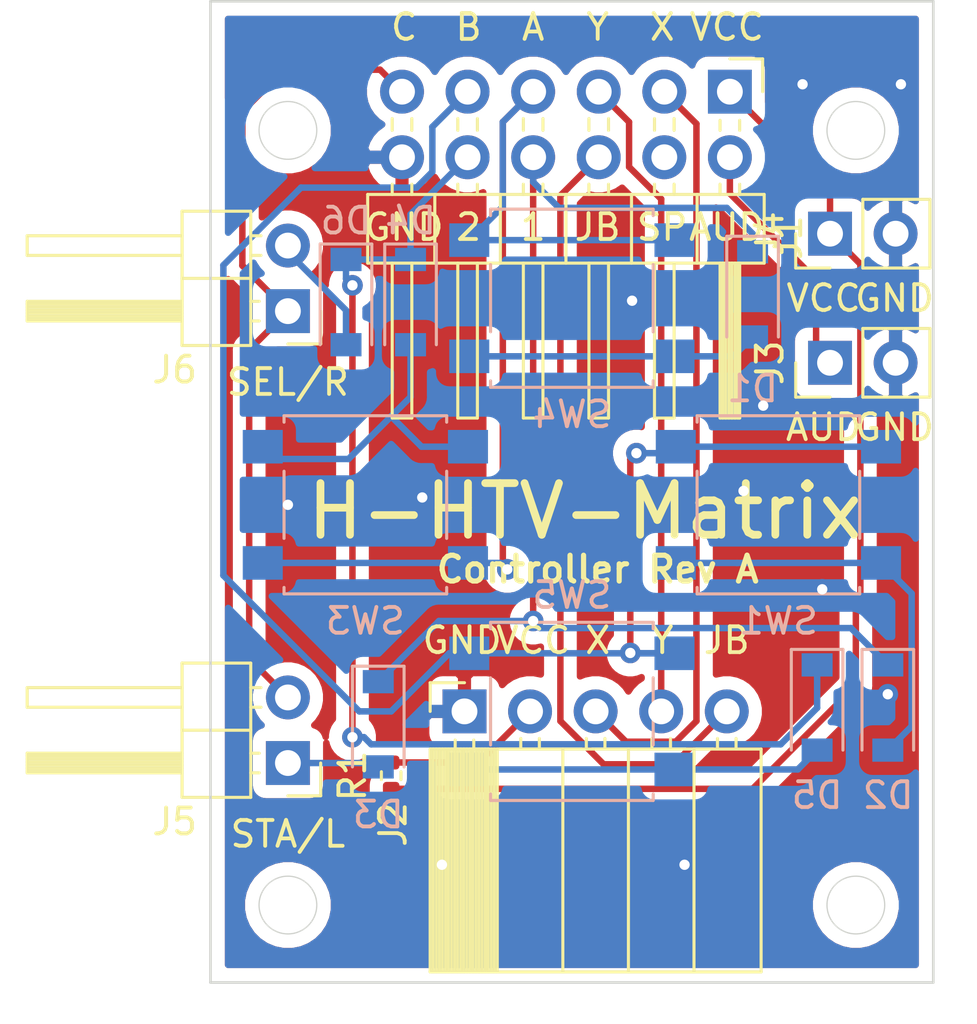
<source format=kicad_pcb>
(kicad_pcb (version 20171130) (host pcbnew 5.1.9+dfsg1-1)

  (general
    (thickness 1.6)
    (drawings 33)
    (tracks 134)
    (zones 0)
    (modules 17)
    (nets 19)
  )

  (page A4)
  (layers
    (0 F.Cu signal)
    (31 B.Cu signal)
    (32 B.Adhes user)
    (33 F.Adhes user)
    (34 B.Paste user)
    (35 F.Paste user)
    (36 B.SilkS user)
    (37 F.SilkS user)
    (38 B.Mask user)
    (39 F.Mask user)
    (40 Dwgs.User user)
    (41 Cmts.User user)
    (42 Eco1.User user)
    (43 Eco2.User user)
    (44 Edge.Cuts user)
    (45 Margin user)
    (46 B.CrtYd user)
    (47 F.CrtYd user)
    (48 B.Fab user)
    (49 F.Fab user)
  )

  (setup
    (last_trace_width 0.25)
    (trace_clearance 0.2)
    (zone_clearance 0.508)
    (zone_45_only no)
    (trace_min 0.2)
    (via_size 0.8)
    (via_drill 0.4)
    (via_min_size 0.4)
    (via_min_drill 0.3)
    (uvia_size 0.3)
    (uvia_drill 0.1)
    (uvias_allowed no)
    (uvia_min_size 0.2)
    (uvia_min_drill 0.1)
    (edge_width 0.05)
    (segment_width 0.2)
    (pcb_text_width 0.3)
    (pcb_text_size 1.5 1.5)
    (mod_edge_width 0.12)
    (mod_text_size 1 1)
    (mod_text_width 0.15)
    (pad_size 1.524 1.524)
    (pad_drill 0.762)
    (pad_to_mask_clearance 0)
    (aux_axis_origin 0 0)
    (visible_elements FFFFFF7F)
    (pcbplotparams
      (layerselection 0x010fc_ffffffff)
      (usegerberextensions false)
      (usegerberattributes true)
      (usegerberadvancedattributes true)
      (creategerberjobfile true)
      (excludeedgelayer true)
      (linewidth 0.100000)
      (plotframeref false)
      (viasonmask false)
      (mode 1)
      (useauxorigin false)
      (hpglpennumber 1)
      (hpglpenspeed 20)
      (hpglpendiameter 15.000000)
      (psnegative false)
      (psa4output false)
      (plotreference true)
      (plotvalue true)
      (plotinvisibletext false)
      (padsonsilk false)
      (subtractmaskfromsilk false)
      (outputformat 1)
      (mirror false)
      (drillshape 1)
      (scaleselection 1)
      (outputdirectory ""))
  )

  (net 0 "")
  (net 1 "Net-(D1-Pad2)")
  (net 2 /CON_BM1)
  (net 3 "Net-(D2-Pad2)")
  (net 4 "Net-(D3-Pad2)")
  (net 5 "Net-(D4-Pad2)")
  (net 6 /CON_BM2)
  (net 7 "Net-(D5-Pad2)")
  (net 8 "Net-(D6-Pad2)")
  (net 9 GND)
  (net 10 /CON_BMC)
  (net 11 /CON_BMB)
  (net 12 /CON_BMA)
  (net 13 /CON_JB)
  (net 14 /CON_Y)
  (net 15 /CON_X)
  (net 16 /CON_AUD)
  (net 17 +3V3)
  (net 18 "Net-(J2-Pad2)")

  (net_class Default "This is the default net class."
    (clearance 0.2)
    (trace_width 0.25)
    (via_dia 0.8)
    (via_drill 0.4)
    (uvia_dia 0.3)
    (uvia_drill 0.1)
    (add_net +3V3)
    (add_net /CON_AUD)
    (add_net /CON_BM1)
    (add_net /CON_BM2)
    (add_net /CON_BMA)
    (add_net /CON_BMB)
    (add_net /CON_BMC)
    (add_net /CON_JB)
    (add_net /CON_X)
    (add_net /CON_Y)
    (add_net GND)
    (add_net "Net-(D1-Pad2)")
    (add_net "Net-(D2-Pad2)")
    (add_net "Net-(D3-Pad2)")
    (add_net "Net-(D4-Pad2)")
    (add_net "Net-(D5-Pad2)")
    (add_net "Net-(D6-Pad2)")
    (add_net "Net-(J2-Pad2)")
  )

  (module Connector_PinHeader_2.54mm:PinHeader_1x02_P2.54mm_Horizontal (layer F.Cu) (tedit 59FED5CB) (tstamp 61883CD9)
    (at 103 70 180)
    (descr "Through hole angled pin header, 1x02, 2.54mm pitch, 6mm pin length, single row")
    (tags "Through hole angled pin header THT 1x02 2.54mm single row")
    (path /618CBA49)
    (fp_text reference J6 (at 4.385 -2.27) (layer F.SilkS)
      (effects (font (size 1 1) (thickness 0.15)))
    )
    (fp_text value Conn_01x02_Male (at 4.385 4.81) (layer F.Fab)
      (effects (font (size 1 1) (thickness 0.15)))
    )
    (fp_text user %R (at 2.77 1.27 90) (layer F.Fab)
      (effects (font (size 1 1) (thickness 0.15)))
    )
    (fp_line (start 2.135 -1.27) (end 4.04 -1.27) (layer F.Fab) (width 0.1))
    (fp_line (start 4.04 -1.27) (end 4.04 3.81) (layer F.Fab) (width 0.1))
    (fp_line (start 4.04 3.81) (end 1.5 3.81) (layer F.Fab) (width 0.1))
    (fp_line (start 1.5 3.81) (end 1.5 -0.635) (layer F.Fab) (width 0.1))
    (fp_line (start 1.5 -0.635) (end 2.135 -1.27) (layer F.Fab) (width 0.1))
    (fp_line (start -0.32 -0.32) (end 1.5 -0.32) (layer F.Fab) (width 0.1))
    (fp_line (start -0.32 -0.32) (end -0.32 0.32) (layer F.Fab) (width 0.1))
    (fp_line (start -0.32 0.32) (end 1.5 0.32) (layer F.Fab) (width 0.1))
    (fp_line (start 4.04 -0.32) (end 10.04 -0.32) (layer F.Fab) (width 0.1))
    (fp_line (start 10.04 -0.32) (end 10.04 0.32) (layer F.Fab) (width 0.1))
    (fp_line (start 4.04 0.32) (end 10.04 0.32) (layer F.Fab) (width 0.1))
    (fp_line (start -0.32 2.22) (end 1.5 2.22) (layer F.Fab) (width 0.1))
    (fp_line (start -0.32 2.22) (end -0.32 2.86) (layer F.Fab) (width 0.1))
    (fp_line (start -0.32 2.86) (end 1.5 2.86) (layer F.Fab) (width 0.1))
    (fp_line (start 4.04 2.22) (end 10.04 2.22) (layer F.Fab) (width 0.1))
    (fp_line (start 10.04 2.22) (end 10.04 2.86) (layer F.Fab) (width 0.1))
    (fp_line (start 4.04 2.86) (end 10.04 2.86) (layer F.Fab) (width 0.1))
    (fp_line (start 1.44 -1.33) (end 1.44 3.87) (layer F.SilkS) (width 0.12))
    (fp_line (start 1.44 3.87) (end 4.1 3.87) (layer F.SilkS) (width 0.12))
    (fp_line (start 4.1 3.87) (end 4.1 -1.33) (layer F.SilkS) (width 0.12))
    (fp_line (start 4.1 -1.33) (end 1.44 -1.33) (layer F.SilkS) (width 0.12))
    (fp_line (start 4.1 -0.38) (end 10.1 -0.38) (layer F.SilkS) (width 0.12))
    (fp_line (start 10.1 -0.38) (end 10.1 0.38) (layer F.SilkS) (width 0.12))
    (fp_line (start 10.1 0.38) (end 4.1 0.38) (layer F.SilkS) (width 0.12))
    (fp_line (start 4.1 -0.32) (end 10.1 -0.32) (layer F.SilkS) (width 0.12))
    (fp_line (start 4.1 -0.2) (end 10.1 -0.2) (layer F.SilkS) (width 0.12))
    (fp_line (start 4.1 -0.08) (end 10.1 -0.08) (layer F.SilkS) (width 0.12))
    (fp_line (start 4.1 0.04) (end 10.1 0.04) (layer F.SilkS) (width 0.12))
    (fp_line (start 4.1 0.16) (end 10.1 0.16) (layer F.SilkS) (width 0.12))
    (fp_line (start 4.1 0.28) (end 10.1 0.28) (layer F.SilkS) (width 0.12))
    (fp_line (start 1.11 -0.38) (end 1.44 -0.38) (layer F.SilkS) (width 0.12))
    (fp_line (start 1.11 0.38) (end 1.44 0.38) (layer F.SilkS) (width 0.12))
    (fp_line (start 1.44 1.27) (end 4.1 1.27) (layer F.SilkS) (width 0.12))
    (fp_line (start 4.1 2.16) (end 10.1 2.16) (layer F.SilkS) (width 0.12))
    (fp_line (start 10.1 2.16) (end 10.1 2.92) (layer F.SilkS) (width 0.12))
    (fp_line (start 10.1 2.92) (end 4.1 2.92) (layer F.SilkS) (width 0.12))
    (fp_line (start 1.042929 2.16) (end 1.44 2.16) (layer F.SilkS) (width 0.12))
    (fp_line (start 1.042929 2.92) (end 1.44 2.92) (layer F.SilkS) (width 0.12))
    (fp_line (start -1.27 0) (end -1.27 -1.27) (layer F.SilkS) (width 0.12))
    (fp_line (start -1.27 -1.27) (end 0 -1.27) (layer F.SilkS) (width 0.12))
    (fp_line (start -1.8 -1.8) (end -1.8 4.35) (layer F.CrtYd) (width 0.05))
    (fp_line (start -1.8 4.35) (end 10.55 4.35) (layer F.CrtYd) (width 0.05))
    (fp_line (start 10.55 4.35) (end 10.55 -1.8) (layer F.CrtYd) (width 0.05))
    (fp_line (start 10.55 -1.8) (end -1.8 -1.8) (layer F.CrtYd) (width 0.05))
    (pad 2 thru_hole oval (at 0 2.54 180) (size 1.7 1.7) (drill 1) (layers *.Cu *.Mask)
      (net 8 "Net-(D6-Pad2)"))
    (pad 1 thru_hole rect (at 0 0 180) (size 1.7 1.7) (drill 1) (layers *.Cu *.Mask)
      (net 10 /CON_BMC))
    (model ${KISYS3DMOD}/Connector_PinHeader_2.54mm.3dshapes/PinHeader_1x02_P2.54mm_Horizontal.wrl
      (at (xyz 0 0 0))
      (scale (xyz 1 1 1))
      (rotate (xyz 0 0 0))
    )
  )

  (module Connector_PinHeader_2.54mm:PinHeader_1x02_P2.54mm_Horizontal (layer F.Cu) (tedit 59FED5CB) (tstamp 6188507D)
    (at 103 87.5 180)
    (descr "Through hole angled pin header, 1x02, 2.54mm pitch, 6mm pin length, single row")
    (tags "Through hole angled pin header THT 1x02 2.54mm single row")
    (path /618CB396)
    (fp_text reference J5 (at 4.385 -2.27) (layer F.SilkS)
      (effects (font (size 1 1) (thickness 0.15)))
    )
    (fp_text value Conn_01x02_Male (at 4.385 4.81) (layer F.Fab)
      (effects (font (size 1 1) (thickness 0.15)))
    )
    (fp_text user %R (at 2.77 1.27 90) (layer F.Fab)
      (effects (font (size 1 1) (thickness 0.15)))
    )
    (fp_line (start 2.135 -1.27) (end 4.04 -1.27) (layer F.Fab) (width 0.1))
    (fp_line (start 4.04 -1.27) (end 4.04 3.81) (layer F.Fab) (width 0.1))
    (fp_line (start 4.04 3.81) (end 1.5 3.81) (layer F.Fab) (width 0.1))
    (fp_line (start 1.5 3.81) (end 1.5 -0.635) (layer F.Fab) (width 0.1))
    (fp_line (start 1.5 -0.635) (end 2.135 -1.27) (layer F.Fab) (width 0.1))
    (fp_line (start -0.32 -0.32) (end 1.5 -0.32) (layer F.Fab) (width 0.1))
    (fp_line (start -0.32 -0.32) (end -0.32 0.32) (layer F.Fab) (width 0.1))
    (fp_line (start -0.32 0.32) (end 1.5 0.32) (layer F.Fab) (width 0.1))
    (fp_line (start 4.04 -0.32) (end 10.04 -0.32) (layer F.Fab) (width 0.1))
    (fp_line (start 10.04 -0.32) (end 10.04 0.32) (layer F.Fab) (width 0.1))
    (fp_line (start 4.04 0.32) (end 10.04 0.32) (layer F.Fab) (width 0.1))
    (fp_line (start -0.32 2.22) (end 1.5 2.22) (layer F.Fab) (width 0.1))
    (fp_line (start -0.32 2.22) (end -0.32 2.86) (layer F.Fab) (width 0.1))
    (fp_line (start -0.32 2.86) (end 1.5 2.86) (layer F.Fab) (width 0.1))
    (fp_line (start 4.04 2.22) (end 10.04 2.22) (layer F.Fab) (width 0.1))
    (fp_line (start 10.04 2.22) (end 10.04 2.86) (layer F.Fab) (width 0.1))
    (fp_line (start 4.04 2.86) (end 10.04 2.86) (layer F.Fab) (width 0.1))
    (fp_line (start 1.44 -1.33) (end 1.44 3.87) (layer F.SilkS) (width 0.12))
    (fp_line (start 1.44 3.87) (end 4.1 3.87) (layer F.SilkS) (width 0.12))
    (fp_line (start 4.1 3.87) (end 4.1 -1.33) (layer F.SilkS) (width 0.12))
    (fp_line (start 4.1 -1.33) (end 1.44 -1.33) (layer F.SilkS) (width 0.12))
    (fp_line (start 4.1 -0.38) (end 10.1 -0.38) (layer F.SilkS) (width 0.12))
    (fp_line (start 10.1 -0.38) (end 10.1 0.38) (layer F.SilkS) (width 0.12))
    (fp_line (start 10.1 0.38) (end 4.1 0.38) (layer F.SilkS) (width 0.12))
    (fp_line (start 4.1 -0.32) (end 10.1 -0.32) (layer F.SilkS) (width 0.12))
    (fp_line (start 4.1 -0.2) (end 10.1 -0.2) (layer F.SilkS) (width 0.12))
    (fp_line (start 4.1 -0.08) (end 10.1 -0.08) (layer F.SilkS) (width 0.12))
    (fp_line (start 4.1 0.04) (end 10.1 0.04) (layer F.SilkS) (width 0.12))
    (fp_line (start 4.1 0.16) (end 10.1 0.16) (layer F.SilkS) (width 0.12))
    (fp_line (start 4.1 0.28) (end 10.1 0.28) (layer F.SilkS) (width 0.12))
    (fp_line (start 1.11 -0.38) (end 1.44 -0.38) (layer F.SilkS) (width 0.12))
    (fp_line (start 1.11 0.38) (end 1.44 0.38) (layer F.SilkS) (width 0.12))
    (fp_line (start 1.44 1.27) (end 4.1 1.27) (layer F.SilkS) (width 0.12))
    (fp_line (start 4.1 2.16) (end 10.1 2.16) (layer F.SilkS) (width 0.12))
    (fp_line (start 10.1 2.16) (end 10.1 2.92) (layer F.SilkS) (width 0.12))
    (fp_line (start 10.1 2.92) (end 4.1 2.92) (layer F.SilkS) (width 0.12))
    (fp_line (start 1.042929 2.16) (end 1.44 2.16) (layer F.SilkS) (width 0.12))
    (fp_line (start 1.042929 2.92) (end 1.44 2.92) (layer F.SilkS) (width 0.12))
    (fp_line (start -1.27 0) (end -1.27 -1.27) (layer F.SilkS) (width 0.12))
    (fp_line (start -1.27 -1.27) (end 0 -1.27) (layer F.SilkS) (width 0.12))
    (fp_line (start -1.8 -1.8) (end -1.8 4.35) (layer F.CrtYd) (width 0.05))
    (fp_line (start -1.8 4.35) (end 10.55 4.35) (layer F.CrtYd) (width 0.05))
    (fp_line (start 10.55 4.35) (end 10.55 -1.8) (layer F.CrtYd) (width 0.05))
    (fp_line (start 10.55 -1.8) (end -1.8 -1.8) (layer F.CrtYd) (width 0.05))
    (pad 2 thru_hole oval (at 0 2.54 180) (size 1.7 1.7) (drill 1) (layers *.Cu *.Mask)
      (net 10 /CON_BMC))
    (pad 1 thru_hole rect (at 0 0 180) (size 1.7 1.7) (drill 1) (layers *.Cu *.Mask)
      (net 4 "Net-(D3-Pad2)"))
    (model ${KISYS3DMOD}/Connector_PinHeader_2.54mm.3dshapes/PinHeader_1x02_P2.54mm_Horizontal.wrl
      (at (xyz 0 0 0))
      (scale (xyz 1 1 1))
      (rotate (xyz 0 0 0))
    )
  )

  (module Button_Switch_SMD:SW_SPST_B3S-1000 (layer B.Cu) (tedit 5A02FC95) (tstamp 618832FB)
    (at 114 85.5 180)
    (descr "Surface Mount Tactile Switch for High-Density Packaging")
    (tags "Tactile Switch")
    (path /618C636B)
    (attr smd)
    (fp_text reference SW5 (at 0 4.5) (layer B.SilkS)
      (effects (font (size 1 1) (thickness 0.15)) (justify mirror))
    )
    (fp_text value SW_SPST (at 0 -4.5) (layer B.Fab)
      (effects (font (size 1 1) (thickness 0.15)) (justify mirror))
    )
    (fp_text user %R (at 0 4.5) (layer B.Fab)
      (effects (font (size 1 1) (thickness 0.15)) (justify mirror))
    )
    (fp_line (start -5 -3.7) (end 5 -3.7) (layer B.CrtYd) (width 0.05))
    (fp_line (start 5 -3.7) (end 5 3.7) (layer B.CrtYd) (width 0.05))
    (fp_line (start 5 3.7) (end -5 3.7) (layer B.CrtYd) (width 0.05))
    (fp_line (start -5 3.7) (end -5 -3.7) (layer B.CrtYd) (width 0.05))
    (fp_line (start -3.15 3.2) (end -3.15 3.45) (layer B.SilkS) (width 0.12))
    (fp_line (start -3.15 3.45) (end 3.15 3.45) (layer B.SilkS) (width 0.12))
    (fp_line (start 3.15 3.45) (end 3.15 3.2) (layer B.SilkS) (width 0.12))
    (fp_line (start -3.15 -1.3) (end -3.15 1.3) (layer B.SilkS) (width 0.12))
    (fp_line (start 3.15 -3.2) (end 3.15 -3.45) (layer B.SilkS) (width 0.12))
    (fp_line (start 3.15 -3.45) (end -3.15 -3.45) (layer B.SilkS) (width 0.12))
    (fp_line (start -3.15 -3.45) (end -3.15 -3.2) (layer B.SilkS) (width 0.12))
    (fp_line (start 3.15 1.3) (end 3.15 -1.3) (layer B.SilkS) (width 0.12))
    (fp_circle (center 0 0) (end 1.65 0) (layer B.Fab) (width 0.1))
    (fp_line (start -3 3.3) (end 3 3.3) (layer B.Fab) (width 0.1))
    (fp_line (start 3 3.3) (end 3 -3.3) (layer B.Fab) (width 0.1))
    (fp_line (start 3 -3.3) (end -3 -3.3) (layer B.Fab) (width 0.1))
    (fp_line (start -3 -3.3) (end -3 3.3) (layer B.Fab) (width 0.1))
    (pad 2 smd rect (at 3.975 -2.25 180) (size 1.55 1.3) (layers B.Cu B.Paste B.Mask)
      (net 7 "Net-(D5-Pad2)"))
    (pad 2 smd rect (at -3.975 -2.25 180) (size 1.55 1.3) (layers B.Cu B.Paste B.Mask)
      (net 7 "Net-(D5-Pad2)"))
    (pad 1 smd rect (at 3.975 2.25 180) (size 1.55 1.3) (layers B.Cu B.Paste B.Mask)
      (net 11 /CON_BMB))
    (pad 1 smd rect (at -3.975 2.25 180) (size 1.55 1.3) (layers B.Cu B.Paste B.Mask)
      (net 11 /CON_BMB))
    (model ${KISYS3DMOD}/Button_Switch_SMD.3dshapes/SW_SPST_B3S-1000.wrl
      (at (xyz 0 0 0))
      (scale (xyz 1 1 1))
      (rotate (xyz 0 0 0))
    )
  )

  (module Button_Switch_SMD:SW_SPST_B3S-1000 (layer B.Cu) (tedit 5A02FC95) (tstamp 618832E1)
    (at 114 69.5)
    (descr "Surface Mount Tactile Switch for High-Density Packaging")
    (tags "Tactile Switch")
    (path /618BE519)
    (attr smd)
    (fp_text reference SW4 (at 0 4.5) (layer B.SilkS)
      (effects (font (size 1 1) (thickness 0.15)) (justify mirror))
    )
    (fp_text value SW_SPST (at 0 -4.5) (layer B.Fab)
      (effects (font (size 1 1) (thickness 0.15)) (justify mirror))
    )
    (fp_text user %R (at 0 4.5) (layer B.Fab)
      (effects (font (size 1 1) (thickness 0.15)) (justify mirror))
    )
    (fp_line (start -5 -3.7) (end 5 -3.7) (layer B.CrtYd) (width 0.05))
    (fp_line (start 5 -3.7) (end 5 3.7) (layer B.CrtYd) (width 0.05))
    (fp_line (start 5 3.7) (end -5 3.7) (layer B.CrtYd) (width 0.05))
    (fp_line (start -5 3.7) (end -5 -3.7) (layer B.CrtYd) (width 0.05))
    (fp_line (start -3.15 3.2) (end -3.15 3.45) (layer B.SilkS) (width 0.12))
    (fp_line (start -3.15 3.45) (end 3.15 3.45) (layer B.SilkS) (width 0.12))
    (fp_line (start 3.15 3.45) (end 3.15 3.2) (layer B.SilkS) (width 0.12))
    (fp_line (start -3.15 -1.3) (end -3.15 1.3) (layer B.SilkS) (width 0.12))
    (fp_line (start 3.15 -3.2) (end 3.15 -3.45) (layer B.SilkS) (width 0.12))
    (fp_line (start 3.15 -3.45) (end -3.15 -3.45) (layer B.SilkS) (width 0.12))
    (fp_line (start -3.15 -3.45) (end -3.15 -3.2) (layer B.SilkS) (width 0.12))
    (fp_line (start 3.15 1.3) (end 3.15 -1.3) (layer B.SilkS) (width 0.12))
    (fp_circle (center 0 0) (end 1.65 0) (layer B.Fab) (width 0.1))
    (fp_line (start -3 3.3) (end 3 3.3) (layer B.Fab) (width 0.1))
    (fp_line (start 3 3.3) (end 3 -3.3) (layer B.Fab) (width 0.1))
    (fp_line (start 3 -3.3) (end -3 -3.3) (layer B.Fab) (width 0.1))
    (fp_line (start -3 -3.3) (end -3 3.3) (layer B.Fab) (width 0.1))
    (pad 2 smd rect (at 3.975 -2.25) (size 1.55 1.3) (layers B.Cu B.Paste B.Mask)
      (net 12 /CON_BMA))
    (pad 2 smd rect (at -3.975 -2.25) (size 1.55 1.3) (layers B.Cu B.Paste B.Mask)
      (net 12 /CON_BMA))
    (pad 1 smd rect (at 3.975 2.25) (size 1.55 1.3) (layers B.Cu B.Paste B.Mask)
      (net 1 "Net-(D1-Pad2)"))
    (pad 1 smd rect (at -3.975 2.25) (size 1.55 1.3) (layers B.Cu B.Paste B.Mask)
      (net 1 "Net-(D1-Pad2)"))
    (model ${KISYS3DMOD}/Button_Switch_SMD.3dshapes/SW_SPST_B3S-1000.wrl
      (at (xyz 0 0 0))
      (scale (xyz 1 1 1))
      (rotate (xyz 0 0 0))
    )
  )

  (module Button_Switch_SMD:SW_SPST_B3S-1000 (layer B.Cu) (tedit 5A02FC95) (tstamp 618832C7)
    (at 106 77.5)
    (descr "Surface Mount Tactile Switch for High-Density Packaging")
    (tags "Tactile Switch")
    (path /618C5F64)
    (attr smd)
    (fp_text reference SW3 (at 0 4.5) (layer B.SilkS)
      (effects (font (size 1 1) (thickness 0.15)) (justify mirror))
    )
    (fp_text value SW_SPST (at 0 -4.5) (layer B.Fab)
      (effects (font (size 1 1) (thickness 0.15)) (justify mirror))
    )
    (fp_text user %R (at 0 4.5) (layer B.Fab)
      (effects (font (size 1 1) (thickness 0.15)) (justify mirror))
    )
    (fp_line (start -5 -3.7) (end 5 -3.7) (layer B.CrtYd) (width 0.05))
    (fp_line (start 5 -3.7) (end 5 3.7) (layer B.CrtYd) (width 0.05))
    (fp_line (start 5 3.7) (end -5 3.7) (layer B.CrtYd) (width 0.05))
    (fp_line (start -5 3.7) (end -5 -3.7) (layer B.CrtYd) (width 0.05))
    (fp_line (start -3.15 3.2) (end -3.15 3.45) (layer B.SilkS) (width 0.12))
    (fp_line (start -3.15 3.45) (end 3.15 3.45) (layer B.SilkS) (width 0.12))
    (fp_line (start 3.15 3.45) (end 3.15 3.2) (layer B.SilkS) (width 0.12))
    (fp_line (start -3.15 -1.3) (end -3.15 1.3) (layer B.SilkS) (width 0.12))
    (fp_line (start 3.15 -3.2) (end 3.15 -3.45) (layer B.SilkS) (width 0.12))
    (fp_line (start 3.15 -3.45) (end -3.15 -3.45) (layer B.SilkS) (width 0.12))
    (fp_line (start -3.15 -3.45) (end -3.15 -3.2) (layer B.SilkS) (width 0.12))
    (fp_line (start 3.15 1.3) (end 3.15 -1.3) (layer B.SilkS) (width 0.12))
    (fp_circle (center 0 0) (end 1.65 0) (layer B.Fab) (width 0.1))
    (fp_line (start -3 3.3) (end 3 3.3) (layer B.Fab) (width 0.1))
    (fp_line (start 3 3.3) (end 3 -3.3) (layer B.Fab) (width 0.1))
    (fp_line (start 3 -3.3) (end -3 -3.3) (layer B.Fab) (width 0.1))
    (fp_line (start -3 -3.3) (end -3 3.3) (layer B.Fab) (width 0.1))
    (pad 2 smd rect (at 3.975 -2.25) (size 1.55 1.3) (layers B.Cu B.Paste B.Mask)
      (net 5 "Net-(D4-Pad2)"))
    (pad 2 smd rect (at -3.975 -2.25) (size 1.55 1.3) (layers B.Cu B.Paste B.Mask)
      (net 5 "Net-(D4-Pad2)"))
    (pad 1 smd rect (at 3.975 2.25) (size 1.55 1.3) (layers B.Cu B.Paste B.Mask)
      (net 12 /CON_BMA))
    (pad 1 smd rect (at -3.975 2.25) (size 1.55 1.3) (layers B.Cu B.Paste B.Mask)
      (net 12 /CON_BMA))
    (model ${KISYS3DMOD}/Button_Switch_SMD.3dshapes/SW_SPST_B3S-1000.wrl
      (at (xyz 0 0 0))
      (scale (xyz 1 1 1))
      (rotate (xyz 0 0 0))
    )
  )

  (module Button_Switch_SMD:SW_SPST_B3S-1000 (layer B.Cu) (tedit 5A02FC95) (tstamp 61883293)
    (at 122 77.5)
    (descr "Surface Mount Tactile Switch for High-Density Packaging")
    (tags "Tactile Switch")
    (path /618C55DA)
    (attr smd)
    (fp_text reference SW1 (at 0 4.5) (layer B.SilkS)
      (effects (font (size 1 1) (thickness 0.15)) (justify mirror))
    )
    (fp_text value SW_SPST (at 0 -4.5) (layer B.Fab)
      (effects (font (size 1 1) (thickness 0.15)) (justify mirror))
    )
    (fp_text user %R (at 0 4.5) (layer B.Fab)
      (effects (font (size 1 1) (thickness 0.15)) (justify mirror))
    )
    (fp_line (start -5 -3.7) (end 5 -3.7) (layer B.CrtYd) (width 0.05))
    (fp_line (start 5 -3.7) (end 5 3.7) (layer B.CrtYd) (width 0.05))
    (fp_line (start 5 3.7) (end -5 3.7) (layer B.CrtYd) (width 0.05))
    (fp_line (start -5 3.7) (end -5 -3.7) (layer B.CrtYd) (width 0.05))
    (fp_line (start -3.15 3.2) (end -3.15 3.45) (layer B.SilkS) (width 0.12))
    (fp_line (start -3.15 3.45) (end 3.15 3.45) (layer B.SilkS) (width 0.12))
    (fp_line (start 3.15 3.45) (end 3.15 3.2) (layer B.SilkS) (width 0.12))
    (fp_line (start -3.15 -1.3) (end -3.15 1.3) (layer B.SilkS) (width 0.12))
    (fp_line (start 3.15 -3.2) (end 3.15 -3.45) (layer B.SilkS) (width 0.12))
    (fp_line (start 3.15 -3.45) (end -3.15 -3.45) (layer B.SilkS) (width 0.12))
    (fp_line (start -3.15 -3.45) (end -3.15 -3.2) (layer B.SilkS) (width 0.12))
    (fp_line (start 3.15 1.3) (end 3.15 -1.3) (layer B.SilkS) (width 0.12))
    (fp_circle (center 0 0) (end 1.65 0) (layer B.Fab) (width 0.1))
    (fp_line (start -3 3.3) (end 3 3.3) (layer B.Fab) (width 0.1))
    (fp_line (start 3 3.3) (end 3 -3.3) (layer B.Fab) (width 0.1))
    (fp_line (start 3 -3.3) (end -3 -3.3) (layer B.Fab) (width 0.1))
    (fp_line (start -3 -3.3) (end -3 3.3) (layer B.Fab) (width 0.1))
    (pad 2 smd rect (at 3.975 -2.25) (size 1.55 1.3) (layers B.Cu B.Paste B.Mask)
      (net 11 /CON_BMB))
    (pad 2 smd rect (at -3.975 -2.25) (size 1.55 1.3) (layers B.Cu B.Paste B.Mask)
      (net 11 /CON_BMB))
    (pad 1 smd rect (at 3.975 2.25) (size 1.55 1.3) (layers B.Cu B.Paste B.Mask)
      (net 3 "Net-(D2-Pad2)"))
    (pad 1 smd rect (at -3.975 2.25) (size 1.55 1.3) (layers B.Cu B.Paste B.Mask)
      (net 3 "Net-(D2-Pad2)"))
    (model ${KISYS3DMOD}/Button_Switch_SMD.3dshapes/SW_SPST_B3S-1000.wrl
      (at (xyz 0 0 0))
      (scale (xyz 1 1 1))
      (rotate (xyz 0 0 0))
    )
  )

  (module Resistor_SMD:R_0402_1005Metric (layer F.Cu) (tedit 5F68FEEE) (tstamp 618878BC)
    (at 107 87.99 270)
    (descr "Resistor SMD 0402 (1005 Metric), square (rectangular) end terminal, IPC_7351 nominal, (Body size source: IPC-SM-782 page 72, https://www.pcb-3d.com/wordpress/wp-content/uploads/ipc-sm-782a_amendment_1_and_2.pdf), generated with kicad-footprint-generator")
    (tags resistor)
    (path /61885933)
    (attr smd)
    (fp_text reference R1 (at 0.01 1.5 90) (layer F.SilkS)
      (effects (font (size 1 1) (thickness 0.15)))
    )
    (fp_text value R (at 0 1.17 90) (layer F.Fab)
      (effects (font (size 1 1) (thickness 0.15)))
    )
    (fp_text user %R (at 0 0 90) (layer F.Fab)
      (effects (font (size 0.26 0.26) (thickness 0.04)))
    )
    (fp_line (start -0.525 0.27) (end -0.525 -0.27) (layer F.Fab) (width 0.1))
    (fp_line (start -0.525 -0.27) (end 0.525 -0.27) (layer F.Fab) (width 0.1))
    (fp_line (start 0.525 -0.27) (end 0.525 0.27) (layer F.Fab) (width 0.1))
    (fp_line (start 0.525 0.27) (end -0.525 0.27) (layer F.Fab) (width 0.1))
    (fp_line (start -0.153641 -0.38) (end 0.153641 -0.38) (layer F.SilkS) (width 0.12))
    (fp_line (start -0.153641 0.38) (end 0.153641 0.38) (layer F.SilkS) (width 0.12))
    (fp_line (start -0.93 0.47) (end -0.93 -0.47) (layer F.CrtYd) (width 0.05))
    (fp_line (start -0.93 -0.47) (end 0.93 -0.47) (layer F.CrtYd) (width 0.05))
    (fp_line (start 0.93 -0.47) (end 0.93 0.47) (layer F.CrtYd) (width 0.05))
    (fp_line (start 0.93 0.47) (end -0.93 0.47) (layer F.CrtYd) (width 0.05))
    (pad 2 smd roundrect (at 0.51 0 270) (size 0.54 0.64) (layers F.Cu F.Paste F.Mask) (roundrect_rratio 0.25)
      (net 17 +3V3))
    (pad 1 smd roundrect (at -0.51 0 270) (size 0.54 0.64) (layers F.Cu F.Paste F.Mask) (roundrect_rratio 0.25)
      (net 18 "Net-(J2-Pad2)"))
    (model ${KISYS3DMOD}/Resistor_SMD.3dshapes/R_0402_1005Metric.wrl
      (at (xyz 0 0 0))
      (scale (xyz 1 1 1))
      (rotate (xyz 0 0 0))
    )
  )

  (module Connector_PinHeader_2.54mm:PinHeader_1x02_P2.54mm_Vertical (layer F.Cu) (tedit 59FED5CC) (tstamp 61883268)
    (at 124 67 90)
    (descr "Through hole straight pin header, 1x02, 2.54mm pitch, single row")
    (tags "Through hole pin header THT 1x02 2.54mm single row")
    (path /618B8E0E)
    (fp_text reference J4 (at 0 -2.33 90) (layer F.SilkS)
      (effects (font (size 1 1) (thickness 0.15)))
    )
    (fp_text value Conn_01x02_Male (at 0 4.87 90) (layer F.Fab)
      (effects (font (size 1 1) (thickness 0.15)))
    )
    (fp_text user %R (at 0 1.27) (layer F.Fab)
      (effects (font (size 1 1) (thickness 0.15)))
    )
    (fp_line (start -0.635 -1.27) (end 1.27 -1.27) (layer F.Fab) (width 0.1))
    (fp_line (start 1.27 -1.27) (end 1.27 3.81) (layer F.Fab) (width 0.1))
    (fp_line (start 1.27 3.81) (end -1.27 3.81) (layer F.Fab) (width 0.1))
    (fp_line (start -1.27 3.81) (end -1.27 -0.635) (layer F.Fab) (width 0.1))
    (fp_line (start -1.27 -0.635) (end -0.635 -1.27) (layer F.Fab) (width 0.1))
    (fp_line (start -1.33 3.87) (end 1.33 3.87) (layer F.SilkS) (width 0.12))
    (fp_line (start -1.33 1.27) (end -1.33 3.87) (layer F.SilkS) (width 0.12))
    (fp_line (start 1.33 1.27) (end 1.33 3.87) (layer F.SilkS) (width 0.12))
    (fp_line (start -1.33 1.27) (end 1.33 1.27) (layer F.SilkS) (width 0.12))
    (fp_line (start -1.33 0) (end -1.33 -1.33) (layer F.SilkS) (width 0.12))
    (fp_line (start -1.33 -1.33) (end 0 -1.33) (layer F.SilkS) (width 0.12))
    (fp_line (start -1.8 -1.8) (end -1.8 4.35) (layer F.CrtYd) (width 0.05))
    (fp_line (start -1.8 4.35) (end 1.8 4.35) (layer F.CrtYd) (width 0.05))
    (fp_line (start 1.8 4.35) (end 1.8 -1.8) (layer F.CrtYd) (width 0.05))
    (fp_line (start 1.8 -1.8) (end -1.8 -1.8) (layer F.CrtYd) (width 0.05))
    (pad 2 thru_hole oval (at 0 2.54 90) (size 1.7 1.7) (drill 1) (layers *.Cu *.Mask)
      (net 9 GND))
    (pad 1 thru_hole rect (at 0 0 90) (size 1.7 1.7) (drill 1) (layers *.Cu *.Mask)
      (net 17 +3V3))
    (model ${KISYS3DMOD}/Connector_PinHeader_2.54mm.3dshapes/PinHeader_1x02_P2.54mm_Vertical.wrl
      (at (xyz 0 0 0))
      (scale (xyz 1 1 1))
      (rotate (xyz 0 0 0))
    )
  )

  (module Connector_PinHeader_2.54mm:PinHeader_1x02_P2.54mm_Vertical (layer F.Cu) (tedit 59FED5CC) (tstamp 61883252)
    (at 124 72 90)
    (descr "Through hole straight pin header, 1x02, 2.54mm pitch, single row")
    (tags "Through hole pin header THT 1x02 2.54mm single row")
    (path /6187E172)
    (fp_text reference J3 (at 0 -2.33 90) (layer F.SilkS)
      (effects (font (size 1 1) (thickness 0.15)))
    )
    (fp_text value Conn_01x02_Male (at 0 4.87 90) (layer F.Fab)
      (effects (font (size 1 1) (thickness 0.15)))
    )
    (fp_text user %R (at 0 1.27) (layer F.Fab)
      (effects (font (size 1 1) (thickness 0.15)))
    )
    (fp_line (start -0.635 -1.27) (end 1.27 -1.27) (layer F.Fab) (width 0.1))
    (fp_line (start 1.27 -1.27) (end 1.27 3.81) (layer F.Fab) (width 0.1))
    (fp_line (start 1.27 3.81) (end -1.27 3.81) (layer F.Fab) (width 0.1))
    (fp_line (start -1.27 3.81) (end -1.27 -0.635) (layer F.Fab) (width 0.1))
    (fp_line (start -1.27 -0.635) (end -0.635 -1.27) (layer F.Fab) (width 0.1))
    (fp_line (start -1.33 3.87) (end 1.33 3.87) (layer F.SilkS) (width 0.12))
    (fp_line (start -1.33 1.27) (end -1.33 3.87) (layer F.SilkS) (width 0.12))
    (fp_line (start 1.33 1.27) (end 1.33 3.87) (layer F.SilkS) (width 0.12))
    (fp_line (start -1.33 1.27) (end 1.33 1.27) (layer F.SilkS) (width 0.12))
    (fp_line (start -1.33 0) (end -1.33 -1.33) (layer F.SilkS) (width 0.12))
    (fp_line (start -1.33 -1.33) (end 0 -1.33) (layer F.SilkS) (width 0.12))
    (fp_line (start -1.8 -1.8) (end -1.8 4.35) (layer F.CrtYd) (width 0.05))
    (fp_line (start -1.8 4.35) (end 1.8 4.35) (layer F.CrtYd) (width 0.05))
    (fp_line (start 1.8 4.35) (end 1.8 -1.8) (layer F.CrtYd) (width 0.05))
    (fp_line (start 1.8 -1.8) (end -1.8 -1.8) (layer F.CrtYd) (width 0.05))
    (pad 2 thru_hole oval (at 0 2.54 90) (size 1.7 1.7) (drill 1) (layers *.Cu *.Mask)
      (net 9 GND))
    (pad 1 thru_hole rect (at 0 0 90) (size 1.7 1.7) (drill 1) (layers *.Cu *.Mask)
      (net 16 /CON_AUD))
    (model ${KISYS3DMOD}/Connector_PinHeader_2.54mm.3dshapes/PinHeader_1x02_P2.54mm_Vertical.wrl
      (at (xyz 0 0 0))
      (scale (xyz 1 1 1))
      (rotate (xyz 0 0 0))
    )
  )

  (module Connector_PinSocket_2.54mm:PinSocket_1x05_P2.54mm_Horizontal (layer F.Cu) (tedit 5A19A431) (tstamp 6188DFA5)
    (at 109.84 85.5 90)
    (descr "Through hole angled socket strip, 1x05, 2.54mm pitch, 8.51mm socket length, single row (from Kicad 4.0.7), script generated")
    (tags "Through hole angled socket strip THT 1x05 2.54mm single row")
    (path /6187D441)
    (fp_text reference J2 (at -4.38 -2.77 90) (layer F.SilkS)
      (effects (font (size 1 1) (thickness 0.15)))
    )
    (fp_text value Conn_01x05_Female (at -4.38 12.93 90) (layer F.Fab)
      (effects (font (size 1 1) (thickness 0.15)))
    )
    (fp_text user %R (at -5.775 5.08) (layer F.Fab)
      (effects (font (size 1 1) (thickness 0.15)))
    )
    (fp_line (start -10.03 -1.27) (end -2.49 -1.27) (layer F.Fab) (width 0.1))
    (fp_line (start -2.49 -1.27) (end -1.52 -0.3) (layer F.Fab) (width 0.1))
    (fp_line (start -1.52 -0.3) (end -1.52 11.43) (layer F.Fab) (width 0.1))
    (fp_line (start -1.52 11.43) (end -10.03 11.43) (layer F.Fab) (width 0.1))
    (fp_line (start -10.03 11.43) (end -10.03 -1.27) (layer F.Fab) (width 0.1))
    (fp_line (start 0 -0.3) (end -1.52 -0.3) (layer F.Fab) (width 0.1))
    (fp_line (start -1.52 0.3) (end 0 0.3) (layer F.Fab) (width 0.1))
    (fp_line (start 0 0.3) (end 0 -0.3) (layer F.Fab) (width 0.1))
    (fp_line (start 0 2.24) (end -1.52 2.24) (layer F.Fab) (width 0.1))
    (fp_line (start -1.52 2.84) (end 0 2.84) (layer F.Fab) (width 0.1))
    (fp_line (start 0 2.84) (end 0 2.24) (layer F.Fab) (width 0.1))
    (fp_line (start 0 4.78) (end -1.52 4.78) (layer F.Fab) (width 0.1))
    (fp_line (start -1.52 5.38) (end 0 5.38) (layer F.Fab) (width 0.1))
    (fp_line (start 0 5.38) (end 0 4.78) (layer F.Fab) (width 0.1))
    (fp_line (start 0 7.32) (end -1.52 7.32) (layer F.Fab) (width 0.1))
    (fp_line (start -1.52 7.92) (end 0 7.92) (layer F.Fab) (width 0.1))
    (fp_line (start 0 7.92) (end 0 7.32) (layer F.Fab) (width 0.1))
    (fp_line (start 0 9.86) (end -1.52 9.86) (layer F.Fab) (width 0.1))
    (fp_line (start -1.52 10.46) (end 0 10.46) (layer F.Fab) (width 0.1))
    (fp_line (start 0 10.46) (end 0 9.86) (layer F.Fab) (width 0.1))
    (fp_line (start -10.09 -1.21) (end -1.46 -1.21) (layer F.SilkS) (width 0.12))
    (fp_line (start -10.09 -1.091905) (end -1.46 -1.091905) (layer F.SilkS) (width 0.12))
    (fp_line (start -10.09 -0.97381) (end -1.46 -0.97381) (layer F.SilkS) (width 0.12))
    (fp_line (start -10.09 -0.855715) (end -1.46 -0.855715) (layer F.SilkS) (width 0.12))
    (fp_line (start -10.09 -0.73762) (end -1.46 -0.73762) (layer F.SilkS) (width 0.12))
    (fp_line (start -10.09 -0.619525) (end -1.46 -0.619525) (layer F.SilkS) (width 0.12))
    (fp_line (start -10.09 -0.50143) (end -1.46 -0.50143) (layer F.SilkS) (width 0.12))
    (fp_line (start -10.09 -0.383335) (end -1.46 -0.383335) (layer F.SilkS) (width 0.12))
    (fp_line (start -10.09 -0.26524) (end -1.46 -0.26524) (layer F.SilkS) (width 0.12))
    (fp_line (start -10.09 -0.147145) (end -1.46 -0.147145) (layer F.SilkS) (width 0.12))
    (fp_line (start -10.09 -0.02905) (end -1.46 -0.02905) (layer F.SilkS) (width 0.12))
    (fp_line (start -10.09 0.089045) (end -1.46 0.089045) (layer F.SilkS) (width 0.12))
    (fp_line (start -10.09 0.20714) (end -1.46 0.20714) (layer F.SilkS) (width 0.12))
    (fp_line (start -10.09 0.325235) (end -1.46 0.325235) (layer F.SilkS) (width 0.12))
    (fp_line (start -10.09 0.44333) (end -1.46 0.44333) (layer F.SilkS) (width 0.12))
    (fp_line (start -10.09 0.561425) (end -1.46 0.561425) (layer F.SilkS) (width 0.12))
    (fp_line (start -10.09 0.67952) (end -1.46 0.67952) (layer F.SilkS) (width 0.12))
    (fp_line (start -10.09 0.797615) (end -1.46 0.797615) (layer F.SilkS) (width 0.12))
    (fp_line (start -10.09 0.91571) (end -1.46 0.91571) (layer F.SilkS) (width 0.12))
    (fp_line (start -10.09 1.033805) (end -1.46 1.033805) (layer F.SilkS) (width 0.12))
    (fp_line (start -10.09 1.1519) (end -1.46 1.1519) (layer F.SilkS) (width 0.12))
    (fp_line (start -1.46 -0.36) (end -1.11 -0.36) (layer F.SilkS) (width 0.12))
    (fp_line (start -1.46 0.36) (end -1.11 0.36) (layer F.SilkS) (width 0.12))
    (fp_line (start -1.46 2.18) (end -1.05 2.18) (layer F.SilkS) (width 0.12))
    (fp_line (start -1.46 2.9) (end -1.05 2.9) (layer F.SilkS) (width 0.12))
    (fp_line (start -1.46 4.72) (end -1.05 4.72) (layer F.SilkS) (width 0.12))
    (fp_line (start -1.46 5.44) (end -1.05 5.44) (layer F.SilkS) (width 0.12))
    (fp_line (start -1.46 7.26) (end -1.05 7.26) (layer F.SilkS) (width 0.12))
    (fp_line (start -1.46 7.98) (end -1.05 7.98) (layer F.SilkS) (width 0.12))
    (fp_line (start -1.46 9.8) (end -1.05 9.8) (layer F.SilkS) (width 0.12))
    (fp_line (start -1.46 10.52) (end -1.05 10.52) (layer F.SilkS) (width 0.12))
    (fp_line (start -10.09 1.27) (end -1.46 1.27) (layer F.SilkS) (width 0.12))
    (fp_line (start -10.09 3.81) (end -1.46 3.81) (layer F.SilkS) (width 0.12))
    (fp_line (start -10.09 6.35) (end -1.46 6.35) (layer F.SilkS) (width 0.12))
    (fp_line (start -10.09 8.89) (end -1.46 8.89) (layer F.SilkS) (width 0.12))
    (fp_line (start -10.09 -1.33) (end -1.46 -1.33) (layer F.SilkS) (width 0.12))
    (fp_line (start -1.46 -1.33) (end -1.46 11.49) (layer F.SilkS) (width 0.12))
    (fp_line (start -10.09 11.49) (end -1.46 11.49) (layer F.SilkS) (width 0.12))
    (fp_line (start -10.09 -1.33) (end -10.09 11.49) (layer F.SilkS) (width 0.12))
    (fp_line (start 1.11 -1.33) (end 1.11 0) (layer F.SilkS) (width 0.12))
    (fp_line (start 0 -1.33) (end 1.11 -1.33) (layer F.SilkS) (width 0.12))
    (fp_line (start 1.75 -1.75) (end -10.55 -1.75) (layer F.CrtYd) (width 0.05))
    (fp_line (start -10.55 -1.75) (end -10.55 11.95) (layer F.CrtYd) (width 0.05))
    (fp_line (start -10.55 11.95) (end 1.75 11.95) (layer F.CrtYd) (width 0.05))
    (fp_line (start 1.75 11.95) (end 1.75 -1.75) (layer F.CrtYd) (width 0.05))
    (pad 5 thru_hole oval (at 0 10.16 90) (size 1.7 1.7) (drill 1) (layers *.Cu *.Mask)
      (net 13 /CON_JB))
    (pad 4 thru_hole oval (at 0 7.62 90) (size 1.7 1.7) (drill 1) (layers *.Cu *.Mask)
      (net 14 /CON_Y))
    (pad 3 thru_hole oval (at 0 5.08 90) (size 1.7 1.7) (drill 1) (layers *.Cu *.Mask)
      (net 15 /CON_X))
    (pad 2 thru_hole oval (at 0 2.54 90) (size 1.7 1.7) (drill 1) (layers *.Cu *.Mask)
      (net 18 "Net-(J2-Pad2)"))
    (pad 1 thru_hole rect (at 0 0 90) (size 1.7 1.7) (drill 1) (layers *.Cu *.Mask)
      (net 9 GND))
    (model ${KISYS3DMOD}/Connector_PinSocket_2.54mm.3dshapes/PinSocket_1x05_P2.54mm_Horizontal.wrl
      (at (xyz 0 0 0))
      (scale (xyz 1 1 1))
      (rotate (xyz 0 0 0))
    )
  )

  (module Connector_PinHeader_2.54mm:PinHeader_2x06_P2.54mm_Horizontal (layer F.Cu) (tedit 59FED5CB) (tstamp 618831F1)
    (at 120.12 61.5 270)
    (descr "Through hole angled pin header, 2x06, 2.54mm pitch, 6mm pin length, double rows")
    (tags "Through hole angled pin header THT 2x06 2.54mm double row")
    (path /617D6046)
    (fp_text reference J1 (at 5.655 -2.27 90) (layer F.SilkS)
      (effects (font (size 1 1) (thickness 0.15)))
    )
    (fp_text value Conn_02x06_Odd_Even (at 5.655 14.97 90) (layer F.Fab)
      (effects (font (size 1 1) (thickness 0.15)))
    )
    (fp_text user %R (at 5.31 6.35) (layer F.Fab)
      (effects (font (size 1 1) (thickness 0.15)))
    )
    (fp_line (start 4.675 -1.27) (end 6.58 -1.27) (layer F.Fab) (width 0.1))
    (fp_line (start 6.58 -1.27) (end 6.58 13.97) (layer F.Fab) (width 0.1))
    (fp_line (start 6.58 13.97) (end 4.04 13.97) (layer F.Fab) (width 0.1))
    (fp_line (start 4.04 13.97) (end 4.04 -0.635) (layer F.Fab) (width 0.1))
    (fp_line (start 4.04 -0.635) (end 4.675 -1.27) (layer F.Fab) (width 0.1))
    (fp_line (start -0.32 -0.32) (end 4.04 -0.32) (layer F.Fab) (width 0.1))
    (fp_line (start -0.32 -0.32) (end -0.32 0.32) (layer F.Fab) (width 0.1))
    (fp_line (start -0.32 0.32) (end 4.04 0.32) (layer F.Fab) (width 0.1))
    (fp_line (start 6.58 -0.32) (end 12.58 -0.32) (layer F.Fab) (width 0.1))
    (fp_line (start 12.58 -0.32) (end 12.58 0.32) (layer F.Fab) (width 0.1))
    (fp_line (start 6.58 0.32) (end 12.58 0.32) (layer F.Fab) (width 0.1))
    (fp_line (start -0.32 2.22) (end 4.04 2.22) (layer F.Fab) (width 0.1))
    (fp_line (start -0.32 2.22) (end -0.32 2.86) (layer F.Fab) (width 0.1))
    (fp_line (start -0.32 2.86) (end 4.04 2.86) (layer F.Fab) (width 0.1))
    (fp_line (start 6.58 2.22) (end 12.58 2.22) (layer F.Fab) (width 0.1))
    (fp_line (start 12.58 2.22) (end 12.58 2.86) (layer F.Fab) (width 0.1))
    (fp_line (start 6.58 2.86) (end 12.58 2.86) (layer F.Fab) (width 0.1))
    (fp_line (start -0.32 4.76) (end 4.04 4.76) (layer F.Fab) (width 0.1))
    (fp_line (start -0.32 4.76) (end -0.32 5.4) (layer F.Fab) (width 0.1))
    (fp_line (start -0.32 5.4) (end 4.04 5.4) (layer F.Fab) (width 0.1))
    (fp_line (start 6.58 4.76) (end 12.58 4.76) (layer F.Fab) (width 0.1))
    (fp_line (start 12.58 4.76) (end 12.58 5.4) (layer F.Fab) (width 0.1))
    (fp_line (start 6.58 5.4) (end 12.58 5.4) (layer F.Fab) (width 0.1))
    (fp_line (start -0.32 7.3) (end 4.04 7.3) (layer F.Fab) (width 0.1))
    (fp_line (start -0.32 7.3) (end -0.32 7.94) (layer F.Fab) (width 0.1))
    (fp_line (start -0.32 7.94) (end 4.04 7.94) (layer F.Fab) (width 0.1))
    (fp_line (start 6.58 7.3) (end 12.58 7.3) (layer F.Fab) (width 0.1))
    (fp_line (start 12.58 7.3) (end 12.58 7.94) (layer F.Fab) (width 0.1))
    (fp_line (start 6.58 7.94) (end 12.58 7.94) (layer F.Fab) (width 0.1))
    (fp_line (start -0.32 9.84) (end 4.04 9.84) (layer F.Fab) (width 0.1))
    (fp_line (start -0.32 9.84) (end -0.32 10.48) (layer F.Fab) (width 0.1))
    (fp_line (start -0.32 10.48) (end 4.04 10.48) (layer F.Fab) (width 0.1))
    (fp_line (start 6.58 9.84) (end 12.58 9.84) (layer F.Fab) (width 0.1))
    (fp_line (start 12.58 9.84) (end 12.58 10.48) (layer F.Fab) (width 0.1))
    (fp_line (start 6.58 10.48) (end 12.58 10.48) (layer F.Fab) (width 0.1))
    (fp_line (start -0.32 12.38) (end 4.04 12.38) (layer F.Fab) (width 0.1))
    (fp_line (start -0.32 12.38) (end -0.32 13.02) (layer F.Fab) (width 0.1))
    (fp_line (start -0.32 13.02) (end 4.04 13.02) (layer F.Fab) (width 0.1))
    (fp_line (start 6.58 12.38) (end 12.58 12.38) (layer F.Fab) (width 0.1))
    (fp_line (start 12.58 12.38) (end 12.58 13.02) (layer F.Fab) (width 0.1))
    (fp_line (start 6.58 13.02) (end 12.58 13.02) (layer F.Fab) (width 0.1))
    (fp_line (start 3.98 -1.33) (end 3.98 14.03) (layer F.SilkS) (width 0.12))
    (fp_line (start 3.98 14.03) (end 6.64 14.03) (layer F.SilkS) (width 0.12))
    (fp_line (start 6.64 14.03) (end 6.64 -1.33) (layer F.SilkS) (width 0.12))
    (fp_line (start 6.64 -1.33) (end 3.98 -1.33) (layer F.SilkS) (width 0.12))
    (fp_line (start 6.64 -0.38) (end 12.64 -0.38) (layer F.SilkS) (width 0.12))
    (fp_line (start 12.64 -0.38) (end 12.64 0.38) (layer F.SilkS) (width 0.12))
    (fp_line (start 12.64 0.38) (end 6.64 0.38) (layer F.SilkS) (width 0.12))
    (fp_line (start 6.64 -0.32) (end 12.64 -0.32) (layer F.SilkS) (width 0.12))
    (fp_line (start 6.64 -0.2) (end 12.64 -0.2) (layer F.SilkS) (width 0.12))
    (fp_line (start 6.64 -0.08) (end 12.64 -0.08) (layer F.SilkS) (width 0.12))
    (fp_line (start 6.64 0.04) (end 12.64 0.04) (layer F.SilkS) (width 0.12))
    (fp_line (start 6.64 0.16) (end 12.64 0.16) (layer F.SilkS) (width 0.12))
    (fp_line (start 6.64 0.28) (end 12.64 0.28) (layer F.SilkS) (width 0.12))
    (fp_line (start 3.582929 -0.38) (end 3.98 -0.38) (layer F.SilkS) (width 0.12))
    (fp_line (start 3.582929 0.38) (end 3.98 0.38) (layer F.SilkS) (width 0.12))
    (fp_line (start 1.11 -0.38) (end 1.497071 -0.38) (layer F.SilkS) (width 0.12))
    (fp_line (start 1.11 0.38) (end 1.497071 0.38) (layer F.SilkS) (width 0.12))
    (fp_line (start 3.98 1.27) (end 6.64 1.27) (layer F.SilkS) (width 0.12))
    (fp_line (start 6.64 2.16) (end 12.64 2.16) (layer F.SilkS) (width 0.12))
    (fp_line (start 12.64 2.16) (end 12.64 2.92) (layer F.SilkS) (width 0.12))
    (fp_line (start 12.64 2.92) (end 6.64 2.92) (layer F.SilkS) (width 0.12))
    (fp_line (start 3.582929 2.16) (end 3.98 2.16) (layer F.SilkS) (width 0.12))
    (fp_line (start 3.582929 2.92) (end 3.98 2.92) (layer F.SilkS) (width 0.12))
    (fp_line (start 1.042929 2.16) (end 1.497071 2.16) (layer F.SilkS) (width 0.12))
    (fp_line (start 1.042929 2.92) (end 1.497071 2.92) (layer F.SilkS) (width 0.12))
    (fp_line (start 3.98 3.81) (end 6.64 3.81) (layer F.SilkS) (width 0.12))
    (fp_line (start 6.64 4.7) (end 12.64 4.7) (layer F.SilkS) (width 0.12))
    (fp_line (start 12.64 4.7) (end 12.64 5.46) (layer F.SilkS) (width 0.12))
    (fp_line (start 12.64 5.46) (end 6.64 5.46) (layer F.SilkS) (width 0.12))
    (fp_line (start 3.582929 4.7) (end 3.98 4.7) (layer F.SilkS) (width 0.12))
    (fp_line (start 3.582929 5.46) (end 3.98 5.46) (layer F.SilkS) (width 0.12))
    (fp_line (start 1.042929 4.7) (end 1.497071 4.7) (layer F.SilkS) (width 0.12))
    (fp_line (start 1.042929 5.46) (end 1.497071 5.46) (layer F.SilkS) (width 0.12))
    (fp_line (start 3.98 6.35) (end 6.64 6.35) (layer F.SilkS) (width 0.12))
    (fp_line (start 6.64 7.24) (end 12.64 7.24) (layer F.SilkS) (width 0.12))
    (fp_line (start 12.64 7.24) (end 12.64 8) (layer F.SilkS) (width 0.12))
    (fp_line (start 12.64 8) (end 6.64 8) (layer F.SilkS) (width 0.12))
    (fp_line (start 3.582929 7.24) (end 3.98 7.24) (layer F.SilkS) (width 0.12))
    (fp_line (start 3.582929 8) (end 3.98 8) (layer F.SilkS) (width 0.12))
    (fp_line (start 1.042929 7.24) (end 1.497071 7.24) (layer F.SilkS) (width 0.12))
    (fp_line (start 1.042929 8) (end 1.497071 8) (layer F.SilkS) (width 0.12))
    (fp_line (start 3.98 8.89) (end 6.64 8.89) (layer F.SilkS) (width 0.12))
    (fp_line (start 6.64 9.78) (end 12.64 9.78) (layer F.SilkS) (width 0.12))
    (fp_line (start 12.64 9.78) (end 12.64 10.54) (layer F.SilkS) (width 0.12))
    (fp_line (start 12.64 10.54) (end 6.64 10.54) (layer F.SilkS) (width 0.12))
    (fp_line (start 3.582929 9.78) (end 3.98 9.78) (layer F.SilkS) (width 0.12))
    (fp_line (start 3.582929 10.54) (end 3.98 10.54) (layer F.SilkS) (width 0.12))
    (fp_line (start 1.042929 9.78) (end 1.497071 9.78) (layer F.SilkS) (width 0.12))
    (fp_line (start 1.042929 10.54) (end 1.497071 10.54) (layer F.SilkS) (width 0.12))
    (fp_line (start 3.98 11.43) (end 6.64 11.43) (layer F.SilkS) (width 0.12))
    (fp_line (start 6.64 12.32) (end 12.64 12.32) (layer F.SilkS) (width 0.12))
    (fp_line (start 12.64 12.32) (end 12.64 13.08) (layer F.SilkS) (width 0.12))
    (fp_line (start 12.64 13.08) (end 6.64 13.08) (layer F.SilkS) (width 0.12))
    (fp_line (start 3.582929 12.32) (end 3.98 12.32) (layer F.SilkS) (width 0.12))
    (fp_line (start 3.582929 13.08) (end 3.98 13.08) (layer F.SilkS) (width 0.12))
    (fp_line (start 1.042929 12.32) (end 1.497071 12.32) (layer F.SilkS) (width 0.12))
    (fp_line (start 1.042929 13.08) (end 1.497071 13.08) (layer F.SilkS) (width 0.12))
    (fp_line (start -1.27 0) (end -1.27 -1.27) (layer F.SilkS) (width 0.12))
    (fp_line (start -1.27 -1.27) (end 0 -1.27) (layer F.SilkS) (width 0.12))
    (fp_line (start -1.8 -1.8) (end -1.8 14.5) (layer F.CrtYd) (width 0.05))
    (fp_line (start -1.8 14.5) (end 13.1 14.5) (layer F.CrtYd) (width 0.05))
    (fp_line (start 13.1 14.5) (end 13.1 -1.8) (layer F.CrtYd) (width 0.05))
    (fp_line (start 13.1 -1.8) (end -1.8 -1.8) (layer F.CrtYd) (width 0.05))
    (pad 12 thru_hole oval (at 2.54 12.7 270) (size 1.7 1.7) (drill 1) (layers *.Cu *.Mask)
      (net 9 GND))
    (pad 11 thru_hole oval (at 0 12.7 270) (size 1.7 1.7) (drill 1) (layers *.Cu *.Mask)
      (net 10 /CON_BMC))
    (pad 10 thru_hole oval (at 2.54 10.16 270) (size 1.7 1.7) (drill 1) (layers *.Cu *.Mask)
      (net 6 /CON_BM2))
    (pad 9 thru_hole oval (at 0 10.16 270) (size 1.7 1.7) (drill 1) (layers *.Cu *.Mask)
      (net 11 /CON_BMB))
    (pad 8 thru_hole oval (at 2.54 7.62 270) (size 1.7 1.7) (drill 1) (layers *.Cu *.Mask)
      (net 2 /CON_BM1))
    (pad 7 thru_hole oval (at 0 7.62 270) (size 1.7 1.7) (drill 1) (layers *.Cu *.Mask)
      (net 12 /CON_BMA))
    (pad 6 thru_hole oval (at 2.54 5.08 270) (size 1.7 1.7) (drill 1) (layers *.Cu *.Mask)
      (net 13 /CON_JB))
    (pad 5 thru_hole oval (at 0 5.08 270) (size 1.7 1.7) (drill 1) (layers *.Cu *.Mask)
      (net 14 /CON_Y))
    (pad 4 thru_hole oval (at 2.54 2.54 270) (size 1.7 1.7) (drill 1) (layers *.Cu *.Mask))
    (pad 3 thru_hole oval (at 0 2.54 270) (size 1.7 1.7) (drill 1) (layers *.Cu *.Mask)
      (net 15 /CON_X))
    (pad 2 thru_hole oval (at 2.54 0 270) (size 1.7 1.7) (drill 1) (layers *.Cu *.Mask)
      (net 16 /CON_AUD))
    (pad 1 thru_hole rect (at 0 0 270) (size 1.7 1.7) (drill 1) (layers *.Cu *.Mask)
      (net 17 +3V3))
    (model ${KISYS3DMOD}/Connector_PinHeader_2.54mm.3dshapes/PinHeader_2x06_P2.54mm_Horizontal.wrl
      (at (xyz 0 0 0))
      (scale (xyz 1 1 1))
      (rotate (xyz 0 0 0))
    )
  )

  (module Diode_SMD:D_SOD-123 (layer B.Cu) (tedit 58645DC7) (tstamp 61883178)
    (at 105.25 69.65 270)
    (descr SOD-123)
    (tags SOD-123)
    (path /618885C7)
    (attr smd)
    (fp_text reference D6 (at -3.15 0) (layer B.SilkS)
      (effects (font (size 1 1) (thickness 0.15)) (justify mirror))
    )
    (fp_text value D (at 0 -2.1 270) (layer B.Fab)
      (effects (font (size 1 1) (thickness 0.15)) (justify mirror))
    )
    (fp_text user %R (at 0 2 270) (layer B.Fab)
      (effects (font (size 1 1) (thickness 0.15)) (justify mirror))
    )
    (fp_line (start -2.25 1) (end -2.25 -1) (layer B.SilkS) (width 0.12))
    (fp_line (start 0.25 0) (end 0.75 0) (layer B.Fab) (width 0.1))
    (fp_line (start 0.25 -0.4) (end -0.35 0) (layer B.Fab) (width 0.1))
    (fp_line (start 0.25 0.4) (end 0.25 -0.4) (layer B.Fab) (width 0.1))
    (fp_line (start -0.35 0) (end 0.25 0.4) (layer B.Fab) (width 0.1))
    (fp_line (start -0.35 0) (end -0.35 -0.55) (layer B.Fab) (width 0.1))
    (fp_line (start -0.35 0) (end -0.35 0.55) (layer B.Fab) (width 0.1))
    (fp_line (start -0.75 0) (end -0.35 0) (layer B.Fab) (width 0.1))
    (fp_line (start -1.4 -0.9) (end -1.4 0.9) (layer B.Fab) (width 0.1))
    (fp_line (start 1.4 -0.9) (end -1.4 -0.9) (layer B.Fab) (width 0.1))
    (fp_line (start 1.4 0.9) (end 1.4 -0.9) (layer B.Fab) (width 0.1))
    (fp_line (start -1.4 0.9) (end 1.4 0.9) (layer B.Fab) (width 0.1))
    (fp_line (start -2.35 1.15) (end 2.35 1.15) (layer B.CrtYd) (width 0.05))
    (fp_line (start 2.35 1.15) (end 2.35 -1.15) (layer B.CrtYd) (width 0.05))
    (fp_line (start 2.35 -1.15) (end -2.35 -1.15) (layer B.CrtYd) (width 0.05))
    (fp_line (start -2.35 1.15) (end -2.35 -1.15) (layer B.CrtYd) (width 0.05))
    (fp_line (start -2.25 -1) (end 1.65 -1) (layer B.SilkS) (width 0.12))
    (fp_line (start -2.25 1) (end 1.65 1) (layer B.SilkS) (width 0.12))
    (pad 2 smd rect (at 1.65 0 270) (size 0.9 1.2) (layers B.Cu B.Paste B.Mask)
      (net 8 "Net-(D6-Pad2)"))
    (pad 1 smd rect (at -1.65 0 270) (size 0.9 1.2) (layers B.Cu B.Paste B.Mask)
      (net 6 /CON_BM2))
    (model ${KISYS3DMOD}/Diode_SMD.3dshapes/D_SOD-123.wrl
      (at (xyz 0 0 0))
      (scale (xyz 1 1 1))
      (rotate (xyz 0 0 0))
    )
  )

  (module Diode_SMD:D_SOD-123 (layer B.Cu) (tedit 58645DC7) (tstamp 6188DD56)
    (at 123.5 85.35 270)
    (descr SOD-123)
    (tags SOD-123)
    (path /618880CF)
    (attr smd)
    (fp_text reference D5 (at 3.4 0 180) (layer B.SilkS)
      (effects (font (size 1 1) (thickness 0.15)) (justify mirror))
    )
    (fp_text value D (at 0 -2.1 90) (layer B.Fab)
      (effects (font (size 1 1) (thickness 0.15)) (justify mirror))
    )
    (fp_text user %R (at 0 2 90) (layer B.Fab)
      (effects (font (size 1 1) (thickness 0.15)) (justify mirror))
    )
    (fp_line (start -2.25 1) (end -2.25 -1) (layer B.SilkS) (width 0.12))
    (fp_line (start 0.25 0) (end 0.75 0) (layer B.Fab) (width 0.1))
    (fp_line (start 0.25 -0.4) (end -0.35 0) (layer B.Fab) (width 0.1))
    (fp_line (start 0.25 0.4) (end 0.25 -0.4) (layer B.Fab) (width 0.1))
    (fp_line (start -0.35 0) (end 0.25 0.4) (layer B.Fab) (width 0.1))
    (fp_line (start -0.35 0) (end -0.35 -0.55) (layer B.Fab) (width 0.1))
    (fp_line (start -0.35 0) (end -0.35 0.55) (layer B.Fab) (width 0.1))
    (fp_line (start -0.75 0) (end -0.35 0) (layer B.Fab) (width 0.1))
    (fp_line (start -1.4 -0.9) (end -1.4 0.9) (layer B.Fab) (width 0.1))
    (fp_line (start 1.4 -0.9) (end -1.4 -0.9) (layer B.Fab) (width 0.1))
    (fp_line (start 1.4 0.9) (end 1.4 -0.9) (layer B.Fab) (width 0.1))
    (fp_line (start -1.4 0.9) (end 1.4 0.9) (layer B.Fab) (width 0.1))
    (fp_line (start -2.35 1.15) (end 2.35 1.15) (layer B.CrtYd) (width 0.05))
    (fp_line (start 2.35 1.15) (end 2.35 -1.15) (layer B.CrtYd) (width 0.05))
    (fp_line (start 2.35 -1.15) (end -2.35 -1.15) (layer B.CrtYd) (width 0.05))
    (fp_line (start -2.35 1.15) (end -2.35 -1.15) (layer B.CrtYd) (width 0.05))
    (fp_line (start -2.25 -1) (end 1.65 -1) (layer B.SilkS) (width 0.12))
    (fp_line (start -2.25 1) (end 1.65 1) (layer B.SilkS) (width 0.12))
    (pad 2 smd rect (at 1.65 0 270) (size 0.9 1.2) (layers B.Cu B.Paste B.Mask)
      (net 7 "Net-(D5-Pad2)"))
    (pad 1 smd rect (at -1.65 0 270) (size 0.9 1.2) (layers B.Cu B.Paste B.Mask)
      (net 6 /CON_BM2))
    (model ${KISYS3DMOD}/Diode_SMD.3dshapes/D_SOD-123.wrl
      (at (xyz 0 0 0))
      (scale (xyz 1 1 1))
      (rotate (xyz 0 0 0))
    )
  )

  (module Diode_SMD:D_SOD-123 (layer B.Cu) (tedit 58645DC7) (tstamp 61883146)
    (at 107.75 69.65 270)
    (descr SOD-123)
    (tags SOD-123)
    (path /61887D12)
    (attr smd)
    (fp_text reference D4 (at -3.15 0 180) (layer B.SilkS)
      (effects (font (size 1 1) (thickness 0.15)) (justify mirror))
    )
    (fp_text value D (at 0 -2.1 90) (layer B.Fab)
      (effects (font (size 1 1) (thickness 0.15)) (justify mirror))
    )
    (fp_text user %R (at 0 2 90) (layer B.Fab)
      (effects (font (size 1 1) (thickness 0.15)) (justify mirror))
    )
    (fp_line (start -2.25 1) (end -2.25 -1) (layer B.SilkS) (width 0.12))
    (fp_line (start 0.25 0) (end 0.75 0) (layer B.Fab) (width 0.1))
    (fp_line (start 0.25 -0.4) (end -0.35 0) (layer B.Fab) (width 0.1))
    (fp_line (start 0.25 0.4) (end 0.25 -0.4) (layer B.Fab) (width 0.1))
    (fp_line (start -0.35 0) (end 0.25 0.4) (layer B.Fab) (width 0.1))
    (fp_line (start -0.35 0) (end -0.35 -0.55) (layer B.Fab) (width 0.1))
    (fp_line (start -0.35 0) (end -0.35 0.55) (layer B.Fab) (width 0.1))
    (fp_line (start -0.75 0) (end -0.35 0) (layer B.Fab) (width 0.1))
    (fp_line (start -1.4 -0.9) (end -1.4 0.9) (layer B.Fab) (width 0.1))
    (fp_line (start 1.4 -0.9) (end -1.4 -0.9) (layer B.Fab) (width 0.1))
    (fp_line (start 1.4 0.9) (end 1.4 -0.9) (layer B.Fab) (width 0.1))
    (fp_line (start -1.4 0.9) (end 1.4 0.9) (layer B.Fab) (width 0.1))
    (fp_line (start -2.35 1.15) (end 2.35 1.15) (layer B.CrtYd) (width 0.05))
    (fp_line (start 2.35 1.15) (end 2.35 -1.15) (layer B.CrtYd) (width 0.05))
    (fp_line (start 2.35 -1.15) (end -2.35 -1.15) (layer B.CrtYd) (width 0.05))
    (fp_line (start -2.35 1.15) (end -2.35 -1.15) (layer B.CrtYd) (width 0.05))
    (fp_line (start -2.25 -1) (end 1.65 -1) (layer B.SilkS) (width 0.12))
    (fp_line (start -2.25 1) (end 1.65 1) (layer B.SilkS) (width 0.12))
    (pad 2 smd rect (at 1.65 0 270) (size 0.9 1.2) (layers B.Cu B.Paste B.Mask)
      (net 5 "Net-(D4-Pad2)"))
    (pad 1 smd rect (at -1.65 0 270) (size 0.9 1.2) (layers B.Cu B.Paste B.Mask)
      (net 6 /CON_BM2))
    (model ${KISYS3DMOD}/Diode_SMD.3dshapes/D_SOD-123.wrl
      (at (xyz 0 0 0))
      (scale (xyz 1 1 1))
      (rotate (xyz 0 0 0))
    )
  )

  (module Diode_SMD:D_SOD-123 (layer B.Cu) (tedit 58645DC7) (tstamp 6188312D)
    (at 106.5 86 270)
    (descr SOD-123)
    (tags SOD-123)
    (path /6188683C)
    (attr smd)
    (fp_text reference D3 (at 3.5 0) (layer B.SilkS)
      (effects (font (size 1 1) (thickness 0.15)) (justify mirror))
    )
    (fp_text value D (at 0 -2.1 270) (layer B.Fab)
      (effects (font (size 1 1) (thickness 0.15)) (justify mirror))
    )
    (fp_text user %R (at 0 2 270) (layer B.Fab)
      (effects (font (size 1 1) (thickness 0.15)) (justify mirror))
    )
    (fp_line (start -2.25 1) (end -2.25 -1) (layer B.SilkS) (width 0.12))
    (fp_line (start 0.25 0) (end 0.75 0) (layer B.Fab) (width 0.1))
    (fp_line (start 0.25 -0.4) (end -0.35 0) (layer B.Fab) (width 0.1))
    (fp_line (start 0.25 0.4) (end 0.25 -0.4) (layer B.Fab) (width 0.1))
    (fp_line (start -0.35 0) (end 0.25 0.4) (layer B.Fab) (width 0.1))
    (fp_line (start -0.35 0) (end -0.35 -0.55) (layer B.Fab) (width 0.1))
    (fp_line (start -0.35 0) (end -0.35 0.55) (layer B.Fab) (width 0.1))
    (fp_line (start -0.75 0) (end -0.35 0) (layer B.Fab) (width 0.1))
    (fp_line (start -1.4 -0.9) (end -1.4 0.9) (layer B.Fab) (width 0.1))
    (fp_line (start 1.4 -0.9) (end -1.4 -0.9) (layer B.Fab) (width 0.1))
    (fp_line (start 1.4 0.9) (end 1.4 -0.9) (layer B.Fab) (width 0.1))
    (fp_line (start -1.4 0.9) (end 1.4 0.9) (layer B.Fab) (width 0.1))
    (fp_line (start -2.35 1.15) (end 2.35 1.15) (layer B.CrtYd) (width 0.05))
    (fp_line (start 2.35 1.15) (end 2.35 -1.15) (layer B.CrtYd) (width 0.05))
    (fp_line (start 2.35 -1.15) (end -2.35 -1.15) (layer B.CrtYd) (width 0.05))
    (fp_line (start -2.35 1.15) (end -2.35 -1.15) (layer B.CrtYd) (width 0.05))
    (fp_line (start -2.25 -1) (end 1.65 -1) (layer B.SilkS) (width 0.12))
    (fp_line (start -2.25 1) (end 1.65 1) (layer B.SilkS) (width 0.12))
    (pad 2 smd rect (at 1.65 0 270) (size 0.9 1.2) (layers B.Cu B.Paste B.Mask)
      (net 4 "Net-(D3-Pad2)"))
    (pad 1 smd rect (at -1.65 0 270) (size 0.9 1.2) (layers B.Cu B.Paste B.Mask)
      (net 2 /CON_BM1))
    (model ${KISYS3DMOD}/Diode_SMD.3dshapes/D_SOD-123.wrl
      (at (xyz 0 0 0))
      (scale (xyz 1 1 1))
      (rotate (xyz 0 0 0))
    )
  )

  (module Diode_SMD:D_SOD-123 (layer B.Cu) (tedit 58645DC7) (tstamp 61883114)
    (at 126.238 85.35 270)
    (descr SOD-123)
    (tags SOD-123)
    (path /618871EB)
    (attr smd)
    (fp_text reference D2 (at 3.4 -0.012 180) (layer B.SilkS)
      (effects (font (size 1 1) (thickness 0.15)) (justify mirror))
    )
    (fp_text value D (at 0 -2.1 90) (layer B.Fab)
      (effects (font (size 1 1) (thickness 0.15)) (justify mirror))
    )
    (fp_text user %R (at 0 2 90) (layer B.Fab)
      (effects (font (size 1 1) (thickness 0.15)) (justify mirror))
    )
    (fp_line (start -2.25 1) (end -2.25 -1) (layer B.SilkS) (width 0.12))
    (fp_line (start 0.25 0) (end 0.75 0) (layer B.Fab) (width 0.1))
    (fp_line (start 0.25 -0.4) (end -0.35 0) (layer B.Fab) (width 0.1))
    (fp_line (start 0.25 0.4) (end 0.25 -0.4) (layer B.Fab) (width 0.1))
    (fp_line (start -0.35 0) (end 0.25 0.4) (layer B.Fab) (width 0.1))
    (fp_line (start -0.35 0) (end -0.35 -0.55) (layer B.Fab) (width 0.1))
    (fp_line (start -0.35 0) (end -0.35 0.55) (layer B.Fab) (width 0.1))
    (fp_line (start -0.75 0) (end -0.35 0) (layer B.Fab) (width 0.1))
    (fp_line (start -1.4 -0.9) (end -1.4 0.9) (layer B.Fab) (width 0.1))
    (fp_line (start 1.4 -0.9) (end -1.4 -0.9) (layer B.Fab) (width 0.1))
    (fp_line (start 1.4 0.9) (end 1.4 -0.9) (layer B.Fab) (width 0.1))
    (fp_line (start -1.4 0.9) (end 1.4 0.9) (layer B.Fab) (width 0.1))
    (fp_line (start -2.35 1.15) (end 2.35 1.15) (layer B.CrtYd) (width 0.05))
    (fp_line (start 2.35 1.15) (end 2.35 -1.15) (layer B.CrtYd) (width 0.05))
    (fp_line (start 2.35 -1.15) (end -2.35 -1.15) (layer B.CrtYd) (width 0.05))
    (fp_line (start -2.35 1.15) (end -2.35 -1.15) (layer B.CrtYd) (width 0.05))
    (fp_line (start -2.25 -1) (end 1.65 -1) (layer B.SilkS) (width 0.12))
    (fp_line (start -2.25 1) (end 1.65 1) (layer B.SilkS) (width 0.12))
    (pad 2 smd rect (at 1.65 0 270) (size 0.9 1.2) (layers B.Cu B.Paste B.Mask)
      (net 3 "Net-(D2-Pad2)"))
    (pad 1 smd rect (at -1.65 0 270) (size 0.9 1.2) (layers B.Cu B.Paste B.Mask)
      (net 2 /CON_BM1))
    (model ${KISYS3DMOD}/Diode_SMD.3dshapes/D_SOD-123.wrl
      (at (xyz 0 0 0))
      (scale (xyz 1 1 1))
      (rotate (xyz 0 0 0))
    )
  )

  (module Diode_SMD:D_SOD-123 (layer B.Cu) (tedit 58645DC7) (tstamp 61887EC7)
    (at 121 69.35 270)
    (descr SOD-123)
    (tags SOD-123)
    (path /61887768)
    (attr smd)
    (fp_text reference D1 (at 3.65 0) (layer B.SilkS)
      (effects (font (size 1 1) (thickness 0.15)) (justify mirror))
    )
    (fp_text value D (at 0 -2.1 270) (layer B.Fab)
      (effects (font (size 1 1) (thickness 0.15)) (justify mirror))
    )
    (fp_text user %R (at 0 2 270) (layer B.Fab)
      (effects (font (size 1 1) (thickness 0.15)) (justify mirror))
    )
    (fp_line (start -2.25 1) (end -2.25 -1) (layer B.SilkS) (width 0.12))
    (fp_line (start 0.25 0) (end 0.75 0) (layer B.Fab) (width 0.1))
    (fp_line (start 0.25 -0.4) (end -0.35 0) (layer B.Fab) (width 0.1))
    (fp_line (start 0.25 0.4) (end 0.25 -0.4) (layer B.Fab) (width 0.1))
    (fp_line (start -0.35 0) (end 0.25 0.4) (layer B.Fab) (width 0.1))
    (fp_line (start -0.35 0) (end -0.35 -0.55) (layer B.Fab) (width 0.1))
    (fp_line (start -0.35 0) (end -0.35 0.55) (layer B.Fab) (width 0.1))
    (fp_line (start -0.75 0) (end -0.35 0) (layer B.Fab) (width 0.1))
    (fp_line (start -1.4 -0.9) (end -1.4 0.9) (layer B.Fab) (width 0.1))
    (fp_line (start 1.4 -0.9) (end -1.4 -0.9) (layer B.Fab) (width 0.1))
    (fp_line (start 1.4 0.9) (end 1.4 -0.9) (layer B.Fab) (width 0.1))
    (fp_line (start -1.4 0.9) (end 1.4 0.9) (layer B.Fab) (width 0.1))
    (fp_line (start -2.35 1.15) (end 2.35 1.15) (layer B.CrtYd) (width 0.05))
    (fp_line (start 2.35 1.15) (end 2.35 -1.15) (layer B.CrtYd) (width 0.05))
    (fp_line (start 2.35 -1.15) (end -2.35 -1.15) (layer B.CrtYd) (width 0.05))
    (fp_line (start -2.35 1.15) (end -2.35 -1.15) (layer B.CrtYd) (width 0.05))
    (fp_line (start -2.25 -1) (end 1.65 -1) (layer B.SilkS) (width 0.12))
    (fp_line (start -2.25 1) (end 1.65 1) (layer B.SilkS) (width 0.12))
    (pad 2 smd rect (at 1.65 0 270) (size 0.9 1.2) (layers B.Cu B.Paste B.Mask)
      (net 1 "Net-(D1-Pad2)"))
    (pad 1 smd rect (at -1.65 0 270) (size 0.9 1.2) (layers B.Cu B.Paste B.Mask)
      (net 2 /CON_BM1))
    (model ${KISYS3DMOD}/Diode_SMD.3dshapes/D_SOD-123.wrl
      (at (xyz 0 0 0))
      (scale (xyz 1 1 1))
      (rotate (xyz 0 0 0))
    )
  )

  (gr_text "Controller Rev A" (at 115 80) (layer F.SilkS)
    (effects (font (size 1 1) (thickness 0.2)))
  )
  (gr_text H-HTV-Matrix (at 114.5 77.75) (layer F.SilkS)
    (effects (font (size 2 2) (thickness 0.3)))
  )
  (gr_text STA/L (at 103 90.25) (layer F.SilkS)
    (effects (font (size 1 1) (thickness 0.15)))
  )
  (gr_text SEL/R (at 103 72.75) (layer F.SilkS)
    (effects (font (size 1 1) (thickness 0.15)))
  )
  (gr_text GND (at 109.75 82.75) (layer F.SilkS)
    (effects (font (size 1 1) (thickness 0.15)))
  )
  (gr_text VCC (at 112.5 82.75) (layer F.SilkS)
    (effects (font (size 1 1) (thickness 0.15)))
  )
  (gr_text X (at 115 82.75) (layer F.SilkS)
    (effects (font (size 1 1) (thickness 0.15)))
  )
  (gr_text Y (at 117.5 82.75) (layer F.SilkS)
    (effects (font (size 1 1) (thickness 0.15)))
  )
  (gr_text JB (at 120 82.75) (layer F.SilkS)
    (effects (font (size 1 1) (thickness 0.15)))
  )
  (gr_text VCC (at 123.75 69.5) (layer F.SilkS)
    (effects (font (size 1 1) (thickness 0.15)))
  )
  (gr_text AUD (at 123.75 74.5) (layer F.SilkS)
    (effects (font (size 1 1) (thickness 0.15)))
  )
  (gr_text GND (at 126.5 74.5) (layer F.SilkS)
    (effects (font (size 1 1) (thickness 0.15)))
  )
  (gr_text GND (at 126.5 69.5) (layer F.SilkS)
    (effects (font (size 1 1) (thickness 0.15)))
  )
  (gr_text AUD (at 120 66.75) (layer F.SilkS)
    (effects (font (size 1 1) (thickness 0.15)))
  )
  (gr_text SP (at 117.5 66.75) (layer F.SilkS)
    (effects (font (size 1 1) (thickness 0.15)))
  )
  (gr_text JB (at 115 66.75) (layer F.SilkS)
    (effects (font (size 1 1) (thickness 0.15)))
  )
  (gr_text 1 (at 112.5 66.75) (layer F.SilkS)
    (effects (font (size 1 1) (thickness 0.15)))
  )
  (gr_text 2 (at 110 66.75) (layer F.SilkS)
    (effects (font (size 1 1) (thickness 0.15)))
  )
  (gr_text GND (at 107.5 66.75) (layer F.SilkS)
    (effects (font (size 1 1) (thickness 0.15)))
  )
  (gr_text C (at 107.5 59) (layer F.SilkS)
    (effects (font (size 1 1) (thickness 0.15)))
  )
  (gr_text B (at 110 59) (layer F.SilkS)
    (effects (font (size 1 1) (thickness 0.15)))
  )
  (gr_text A (at 112.5 59) (layer F.SilkS)
    (effects (font (size 1 1) (thickness 0.15)))
  )
  (gr_text Y (at 115 59) (layer F.SilkS)
    (effects (font (size 1 1) (thickness 0.15)))
  )
  (gr_text X (at 117.5 59) (layer F.SilkS)
    (effects (font (size 1 1) (thickness 0.15)))
  )
  (gr_text VCC (at 120 59) (layer F.SilkS)
    (effects (font (size 1 1) (thickness 0.15)))
  )
  (gr_circle (center 103 93) (end 104 92.5) (layer Edge.Cuts) (width 0.05))
  (gr_circle (center 125 93) (end 124 92.5) (layer Edge.Cuts) (width 0.05))
  (gr_circle (center 125 63) (end 126 63.5) (layer Edge.Cuts) (width 0.05))
  (gr_circle (center 103 63) (end 104 63.5) (layer Edge.Cuts) (width 0.05))
  (gr_line (start 128 58) (end 128 96) (layer Edge.Cuts) (width 0.1))
  (gr_line (start 100 58) (end 128 58) (layer Edge.Cuts) (width 0.1))
  (gr_line (start 100 96) (end 100 58) (layer Edge.Cuts) (width 0.1))
  (gr_line (start 128 96) (end 100 96) (layer Edge.Cuts) (width 0.1))

  (segment (start 120.25 71.75) (end 121 71) (width 0.25) (layer B.Cu) (net 1))
  (segment (start 117.975 71.75) (end 120.25 71.75) (width 0.25) (layer B.Cu) (net 1))
  (segment (start 110.025 71.75) (end 117.975 71.75) (width 0.25) (layer B.Cu) (net 1))
  (segment (start 112.5 64.04) (end 112.5 79) (width 0.25) (layer F.Cu) (net 2))
  (via (at 112.5 82) (size 0.8) (drill 0.4) (layers F.Cu B.Cu) (net 2))
  (segment (start 120 66) (end 113.5 66) (width 0.25) (layer B.Cu) (net 2))
  (segment (start 121 67) (end 120 66) (width 0.25) (layer B.Cu) (net 2))
  (segment (start 112.5 65) (end 112.5 64.04) (width 0.25) (layer B.Cu) (net 2))
  (segment (start 113.5 66) (end 112.5 65) (width 0.25) (layer B.Cu) (net 2))
  (segment (start 121 67.7) (end 121 67) (width 0.25) (layer B.Cu) (net 2))
  (segment (start 108.85 82) (end 106.5 84.35) (width 0.25) (layer B.Cu) (net 2))
  (segment (start 112.5 82) (end 108.85 82) (width 0.25) (layer B.Cu) (net 2))
  (segment (start 112.5 79) (end 112.5 82) (width 0.25) (layer F.Cu) (net 2))
  (segment (start 112.774999 82.274999) (end 112.5 82) (width 0.25) (layer B.Cu) (net 2))
  (segment (start 124.812999 82.274999) (end 112.774999 82.274999) (width 0.25) (layer B.Cu) (net 2))
  (segment (start 126.238 83.7) (end 124.812999 82.274999) (width 0.25) (layer B.Cu) (net 2))
  (segment (start 126.238 80.013) (end 125.975 79.75) (width 0.25) (layer B.Cu) (net 3))
  (segment (start 125.975 79.75) (end 120.39 79.75) (width 0.25) (layer B.Cu) (net 3))
  (segment (start 120.39 79.75) (end 120.4 79.75) (width 0.25) (layer B.Cu) (net 3))
  (segment (start 118.025 79.75) (end 120.39 79.75) (width 0.25) (layer B.Cu) (net 3))
  (segment (start 127.163001 80.938001) (end 125.975 79.75) (width 0.25) (layer B.Cu) (net 3))
  (segment (start 127.163001 86.074999) (end 127.163001 80.938001) (width 0.25) (layer B.Cu) (net 3))
  (segment (start 126.238 87) (end 127.163001 86.074999) (width 0.25) (layer B.Cu) (net 3))
  (segment (start 106.35 87.5) (end 106.5 87.65) (width 0.25) (layer B.Cu) (net 4))
  (segment (start 103 87.5) (end 106.35 87.5) (width 0.25) (layer B.Cu) (net 4))
  (segment (start 107 74.073002) (end 105.348001 75.725001) (width 0.25) (layer B.Cu) (net 5))
  (segment (start 105.348001 75.725001) (end 102.500001 75.725001) (width 0.25) (layer B.Cu) (net 5))
  (segment (start 109.975 75.25) (end 108.176998 75.25) (width 0.25) (layer B.Cu) (net 5))
  (segment (start 102.500001 75.725001) (end 102.025 75.25) (width 0.25) (layer B.Cu) (net 5))
  (segment (start 108.176998 75.25) (end 107 74.073002) (width 0.25) (layer B.Cu) (net 5))
  (segment (start 107.75 73.323002) (end 107 74.073002) (width 0.25) (layer B.Cu) (net 5))
  (segment (start 107.75 71.3) (end 107.75 73.323002) (width 0.25) (layer B.Cu) (net 5))
  (via (at 105.5 86.5) (size 0.8) (drill 0.4) (layers F.Cu B.Cu) (net 6))
  (segment (start 105.5 86.5) (end 105.5 78) (width 0.25) (layer F.Cu) (net 6))
  (segment (start 107.75 66.25) (end 107.75 68) (width 0.25) (layer B.Cu) (net 6))
  (segment (start 109.96 64.04) (end 107.75 66.25) (width 0.25) (layer B.Cu) (net 6))
  (segment (start 107.75 68) (end 105.25 68) (width 0.25) (layer B.Cu) (net 6))
  (via (at 105.5 69) (size 0.8) (drill 0.4) (layers F.Cu B.Cu) (net 6))
  (segment (start 106.225001 86.774999) (end 105.950002 86.5) (width 0.25) (layer B.Cu) (net 6))
  (segment (start 122.089999 86.774999) (end 106.225001 86.774999) (width 0.25) (layer B.Cu) (net 6))
  (segment (start 123.5 85.364998) (end 122.089999 86.774999) (width 0.25) (layer B.Cu) (net 6))
  (segment (start 105.950002 86.5) (end 105.5 86.5) (width 0.25) (layer B.Cu) (net 6))
  (segment (start 123.5 83.7) (end 123.5 85.364998) (width 0.25) (layer B.Cu) (net 6))
  (segment (start 105.25 68.75) (end 105.5 69) (width 0.25) (layer B.Cu) (net 6))
  (segment (start 105.25 68) (end 105.25 68.75) (width 0.25) (layer B.Cu) (net 6))
  (segment (start 105.5 69) (end 105.5 78) (width 0.25) (layer F.Cu) (net 6))
  (segment (start 117.975 87.75) (end 110.025 87.75) (width 0.25) (layer B.Cu) (net 7))
  (segment (start 118.150001 87.925001) (end 117.975 87.75) (width 0.25) (layer B.Cu) (net 7))
  (segment (start 122.75 87.75) (end 123.5 87) (width 0.25) (layer B.Cu) (net 7))
  (segment (start 117.975 87.75) (end 122.75 87.75) (width 0.25) (layer B.Cu) (net 7))
  (segment (start 103 67.714998) (end 103 67.46) (width 0.25) (layer B.Cu) (net 8))
  (segment (start 105.25 69.964998) (end 103 67.714998) (width 0.25) (layer B.Cu) (net 8))
  (segment (start 105.25 71.3) (end 105.25 69.964998) (width 0.25) (layer B.Cu) (net 8))
  (via (at 123.698 80.772) (size 0.8) (drill 0.4) (layers F.Cu B.Cu) (net 9))
  (via (at 120.65 76.962) (size 0.8) (drill 0.4) (layers F.Cu B.Cu) (net 9))
  (via (at 121.412 73.66) (size 0.8) (drill 0.4) (layers F.Cu B.Cu) (net 9))
  (via (at 108.204 77.216) (size 0.8) (drill 0.4) (layers F.Cu B.Cu) (net 9))
  (via (at 108.966 91.44) (size 0.8) (drill 0.4) (layers F.Cu B.Cu) (net 9))
  (via (at 118.364 91.44) (size 0.8) (drill 0.4) (layers F.Cu B.Cu) (net 9))
  (via (at 126.238 84.836) (size 0.8) (drill 0.4) (layers F.Cu B.Cu) (net 9))
  (via (at 116.332 69.596) (size 0.8) (drill 0.4) (layers F.Cu B.Cu) (net 9))
  (via (at 126.746 61.214) (size 0.8) (drill 0.4) (layers F.Cu B.Cu) (net 9))
  (via (at 122.936 61.214) (size 0.8) (drill 0.4) (layers F.Cu B.Cu) (net 9))
  (segment (start 103 84.96) (end 101.5 83.46) (width 0.25) (layer F.Cu) (net 10))
  (segment (start 101.5 71.5) (end 103 70) (width 0.25) (layer F.Cu) (net 10))
  (segment (start 101.5 83.46) (end 101.5 71.5) (width 0.25) (layer F.Cu) (net 10))
  (segment (start 101.235098 62.265958) (end 101.235098 68.235098) (width 0.25) (layer F.Cu) (net 10))
  (segment (start 106.570001 60.650001) (end 102.851055 60.650001) (width 0.25) (layer F.Cu) (net 10))
  (segment (start 101.235098 68.235098) (end 103 70) (width 0.25) (layer F.Cu) (net 10))
  (segment (start 102.851055 60.650001) (end 101.235098 62.265958) (width 0.25) (layer F.Cu) (net 10))
  (segment (start 107.42 61.5) (end 106.570001 60.650001) (width 0.25) (layer F.Cu) (net 10))
  (segment (start 110.025 83.25) (end 117.975 83.25) (width 0.25) (layer B.Cu) (net 11))
  (segment (start 118.025 75.25) (end 125.975 75.25) (width 0.25) (layer B.Cu) (net 11))
  (via (at 116.262653 83.237347) (size 0.8) (drill 0.4) (layers F.Cu B.Cu) (net 11))
  (segment (start 116.275306 83.25) (end 116.262653 83.237347) (width 0.25) (layer B.Cu) (net 11))
  (segment (start 117.975 83.25) (end 116.275306 83.25) (width 0.25) (layer B.Cu) (net 11))
  (via (at 116.5 75.5) (size 0.8) (drill 0.4) (layers F.Cu B.Cu) (net 11))
  (segment (start 116.262653 75.737347) (end 116.5 75.5) (width 0.25) (layer F.Cu) (net 11))
  (segment (start 116.262653 83.237347) (end 116.262653 75.737347) (width 0.25) (layer F.Cu) (net 11))
  (segment (start 117.775 75.5) (end 118.025 75.25) (width 0.25) (layer B.Cu) (net 11))
  (segment (start 116.5 75.5) (end 117.775 75.5) (width 0.25) (layer B.Cu) (net 11))
  (segment (start 109.975 79.75) (end 102.025 79.75) (width 0.25) (layer B.Cu) (net 12))
  (segment (start 117.975 67.25) (end 110.025 67.25) (width 0.25) (layer B.Cu) (net 12))
  (via (at 111.5 80) (size 0.8) (drill 0.4) (layers F.Cu B.Cu) (net 12))
  (segment (start 111.25 79.75) (end 111.5 80) (width 0.25) (layer B.Cu) (net 12))
  (segment (start 109.975 79.75) (end 111.25 79.75) (width 0.25) (layer B.Cu) (net 12))
  (segment (start 111.324999 62.675001) (end 112.5 61.5) (width 0.25) (layer F.Cu) (net 12))
  (segment (start 111.324999 79.824999) (end 111.324999 62.675001) (width 0.25) (layer F.Cu) (net 12))
  (segment (start 111.5 80) (end 111.324999 79.824999) (width 0.25) (layer F.Cu) (net 12))
  (segment (start 117.5 85.5) (end 118.08 85.5) (width 0.25) (layer F.Cu) (net 14))
  (segment (start 120.12 62.06) (end 120.12 61.5) (width 0.25) (layer F.Cu) (net 17))
  (segment (start 124 65.38) (end 120.12 61.5) (width 0.25) (layer F.Cu) (net 17))
  (segment (start 110.5 85.46) (end 110.46 85.5) (width 0.25) (layer F.Cu) (net 9))
  (via (at 103 77.5) (size 0.8) (drill 0.4) (layers F.Cu B.Cu) (net 9))
  (segment (start 108.595001 64.604001) (end 108.595001 62.864999) (width 0.25) (layer B.Cu) (net 11))
  (segment (start 107.984001 65.215001) (end 108.595001 64.604001) (width 0.25) (layer B.Cu) (net 11))
  (segment (start 108.595001 62.864999) (end 109.96 61.5) (width 0.25) (layer B.Cu) (net 11))
  (segment (start 103.505997 65.215001) (end 107.984001 65.215001) (width 0.25) (layer B.Cu) (net 11))
  (segment (start 100.5 68.220998) (end 103.505997 65.215001) (width 0.25) (layer B.Cu) (net 11))
  (segment (start 100.5 80.235002) (end 100.5 68.220998) (width 0.25) (layer B.Cu) (net 11))
  (segment (start 105.764998 85.5) (end 100.5 80.235002) (width 0.25) (layer B.Cu) (net 11))
  (segment (start 107 85.5) (end 105.764998 85.5) (width 0.25) (layer B.Cu) (net 11))
  (segment (start 109.25 83.25) (end 107 85.5) (width 0.25) (layer B.Cu) (net 11))
  (segment (start 110.025 83.25) (end 109.25 83.25) (width 0.25) (layer B.Cu) (net 11))
  (segment (start 111.324999 62.675001) (end 112.5 61.5) (width 0.25) (layer B.Cu) (net 12))
  (segment (start 111.324999 65.950001) (end 111.324999 62.675001) (width 0.25) (layer B.Cu) (net 12))
  (segment (start 110.025 67.25) (end 111.324999 65.950001) (width 0.25) (layer B.Cu) (net 12))
  (segment (start 113.555001 65.524999) (end 115.04 64.04) (width 0.25) (layer F.Cu) (net 13))
  (segment (start 113.555001 85.874003) (end 113.555001 65.524999) (width 0.25) (layer F.Cu) (net 13))
  (segment (start 115.230988 87.54999) (end 113.555001 85.874003) (width 0.25) (layer F.Cu) (net 13))
  (segment (start 117.95001 87.54999) (end 115.230988 87.54999) (width 0.25) (layer F.Cu) (net 13))
  (segment (start 120 85.5) (end 117.95001 87.54999) (width 0.25) (layer F.Cu) (net 13))
  (segment (start 116.215001 62.675001) (end 115.04 61.5) (width 0.25) (layer F.Cu) (net 14))
  (segment (start 116.215001 64.414003) (end 116.215001 62.675001) (width 0.25) (layer F.Cu) (net 14))
  (segment (start 117.46 65.659002) (end 116.215001 64.414003) (width 0.25) (layer F.Cu) (net 14))
  (segment (start 117.46 85.5) (end 117.46 65.659002) (width 0.25) (layer F.Cu) (net 14))
  (segment (start 118.824999 62.744999) (end 117.58 61.5) (width 0.25) (layer F.Cu) (net 15))
  (segment (start 118.824999 85.874003) (end 118.824999 62.744999) (width 0.25) (layer F.Cu) (net 15))
  (segment (start 118.024001 86.675001) (end 118.824999 85.874003) (width 0.25) (layer F.Cu) (net 15))
  (segment (start 116.095001 86.675001) (end 118.024001 86.675001) (width 0.25) (layer F.Cu) (net 15))
  (segment (start 114.92 85.5) (end 116.095001 86.675001) (width 0.25) (layer F.Cu) (net 15))
  (segment (start 123.46 71.46) (end 124 72) (width 0.25) (layer F.Cu) (net 16))
  (segment (start 123.46 68.785002) (end 123.46 71.46) (width 0.25) (layer F.Cu) (net 16))
  (segment (start 120.12 65.445002) (end 123.46 68.785002) (width 0.25) (layer F.Cu) (net 16))
  (segment (start 120.12 64.04) (end 120.12 65.445002) (width 0.25) (layer F.Cu) (net 16))
  (segment (start 124 67) (end 124 65.38) (width 0.25) (layer F.Cu) (net 17))
  (segment (start 125.175001 81.314999) (end 125.175001 68.175001) (width 0.25) (layer F.Cu) (net 17))
  (segment (start 125.175001 68.175001) (end 124 67) (width 0.25) (layer F.Cu) (net 17))
  (segment (start 125 81.49) (end 125.175001 81.314999) (width 0.25) (layer F.Cu) (net 17))
  (segment (start 125 84.5) (end 125 81.49) (width 0.25) (layer F.Cu) (net 17))
  (segment (start 121 88.5) (end 125 84.5) (width 0.25) (layer F.Cu) (net 17))
  (segment (start 107 88.5) (end 121 88.5) (width 0.25) (layer F.Cu) (net 17))
  (segment (start 110.4 87.48) (end 107 87.48) (width 0.25) (layer F.Cu) (net 18))
  (segment (start 112.38 85.5) (end 110.4 87.48) (width 0.25) (layer F.Cu) (net 18))

  (zone (net 9) (net_name GND) (layer B.Cu) (tstamp 0) (hatch edge 0.508)
    (connect_pads (clearance 0.508))
    (min_thickness 0.254)
    (fill yes (arc_segments 32) (thermal_gap 0.508) (thermal_bridge_width 0.508))
    (polygon
      (pts
        (xy 128 96) (xy 100 96) (xy 100 58) (xy 128 58)
      )
    )
    (filled_polygon
      (pts
        (xy 102.696478 83.506282) (xy 102.566842 83.532068) (xy 102.296589 83.64401) (xy 102.053368 83.806525) (xy 101.846525 84.013368)
        (xy 101.68401 84.256589) (xy 101.572068 84.526842) (xy 101.515 84.81374) (xy 101.515 85.10626) (xy 101.572068 85.393158)
        (xy 101.68401 85.663411) (xy 101.846525 85.906632) (xy 101.97838 86.038487) (xy 101.90582 86.060498) (xy 101.795506 86.119463)
        (xy 101.698815 86.198815) (xy 101.619463 86.295506) (xy 101.560498 86.40582) (xy 101.524188 86.525518) (xy 101.511928 86.65)
        (xy 101.511928 88.35) (xy 101.524188 88.474482) (xy 101.560498 88.59418) (xy 101.619463 88.704494) (xy 101.698815 88.801185)
        (xy 101.795506 88.880537) (xy 101.90582 88.939502) (xy 102.025518 88.975812) (xy 102.15 88.988072) (xy 103.85 88.988072)
        (xy 103.974482 88.975812) (xy 104.09418 88.939502) (xy 104.204494 88.880537) (xy 104.301185 88.801185) (xy 104.380537 88.704494)
        (xy 104.439502 88.59418) (xy 104.475812 88.474482) (xy 104.488072 88.35) (xy 104.488072 88.26) (xy 105.284962 88.26)
        (xy 105.310498 88.34418) (xy 105.369463 88.454494) (xy 105.448815 88.551185) (xy 105.545506 88.630537) (xy 105.65582 88.689502)
        (xy 105.775518 88.725812) (xy 105.9 88.738072) (xy 107.1 88.738072) (xy 107.224482 88.725812) (xy 107.34418 88.689502)
        (xy 107.454494 88.630537) (xy 107.551185 88.551185) (xy 107.630537 88.454494) (xy 107.689502 88.34418) (xy 107.725812 88.224482)
        (xy 107.738072 88.1) (xy 107.738072 87.534999) (xy 108.611928 87.534999) (xy 108.611928 88.4) (xy 108.624188 88.524482)
        (xy 108.660498 88.64418) (xy 108.719463 88.754494) (xy 108.798815 88.851185) (xy 108.895506 88.930537) (xy 109.00582 88.989502)
        (xy 109.125518 89.025812) (xy 109.25 89.038072) (xy 110.8 89.038072) (xy 110.924482 89.025812) (xy 111.04418 88.989502)
        (xy 111.154494 88.930537) (xy 111.251185 88.851185) (xy 111.330537 88.754494) (xy 111.389502 88.64418) (xy 111.425812 88.524482)
        (xy 111.427238 88.51) (xy 116.572762 88.51) (xy 116.574188 88.524482) (xy 116.610498 88.64418) (xy 116.669463 88.754494)
        (xy 116.748815 88.851185) (xy 116.845506 88.930537) (xy 116.95582 88.989502) (xy 117.075518 89.025812) (xy 117.2 89.038072)
        (xy 118.75 89.038072) (xy 118.874482 89.025812) (xy 118.99418 88.989502) (xy 119.104494 88.930537) (xy 119.201185 88.851185)
        (xy 119.280537 88.754494) (xy 119.339502 88.64418) (xy 119.375812 88.524482) (xy 119.377238 88.51) (xy 122.712678 88.51)
        (xy 122.75 88.513676) (xy 122.787322 88.51) (xy 122.787333 88.51) (xy 122.898986 88.499003) (xy 123.042247 88.455546)
        (xy 123.174276 88.384974) (xy 123.290001 88.290001) (xy 123.313803 88.260998) (xy 123.486729 88.088072) (xy 124.1 88.088072)
        (xy 124.224482 88.075812) (xy 124.34418 88.039502) (xy 124.454494 87.980537) (xy 124.551185 87.901185) (xy 124.630537 87.804494)
        (xy 124.689502 87.69418) (xy 124.725812 87.574482) (xy 124.738072 87.45) (xy 124.738072 86.55) (xy 124.725812 86.425518)
        (xy 124.689502 86.30582) (xy 124.630537 86.195506) (xy 124.551185 86.098815) (xy 124.454494 86.019463) (xy 124.34418 85.960498)
        (xy 124.224482 85.924188) (xy 124.1 85.911928) (xy 124.031558 85.911928) (xy 124.040001 85.904999) (xy 124.134974 85.789274)
        (xy 124.205546 85.657245) (xy 124.249003 85.513984) (xy 124.26 85.402331) (xy 124.263677 85.364998) (xy 124.26 85.327665)
        (xy 124.26 84.765038) (xy 124.34418 84.739502) (xy 124.454494 84.680537) (xy 124.551185 84.601185) (xy 124.630537 84.504494)
        (xy 124.689502 84.39418) (xy 124.725812 84.274482) (xy 124.738072 84.15) (xy 124.738072 83.274873) (xy 124.999928 83.53673)
        (xy 124.999928 84.15) (xy 125.012188 84.274482) (xy 125.048498 84.39418) (xy 125.107463 84.504494) (xy 125.186815 84.601185)
        (xy 125.283506 84.680537) (xy 125.39382 84.739502) (xy 125.513518 84.775812) (xy 125.638 84.788072) (xy 126.403001 84.788072)
        (xy 126.403001 85.760197) (xy 126.25127 85.911928) (xy 125.638 85.911928) (xy 125.513518 85.924188) (xy 125.39382 85.960498)
        (xy 125.283506 86.019463) (xy 125.186815 86.098815) (xy 125.107463 86.195506) (xy 125.048498 86.30582) (xy 125.012188 86.425518)
        (xy 124.999928 86.55) (xy 124.999928 87.45) (xy 125.012188 87.574482) (xy 125.048498 87.69418) (xy 125.107463 87.804494)
        (xy 125.186815 87.901185) (xy 125.283506 87.980537) (xy 125.39382 88.039502) (xy 125.513518 88.075812) (xy 125.638 88.088072)
        (xy 126.838 88.088072) (xy 126.962482 88.075812) (xy 127.08218 88.039502) (xy 127.192494 87.980537) (xy 127.289185 87.901185)
        (xy 127.315001 87.869728) (xy 127.315001 95.315) (xy 100.685 95.315) (xy 100.685 92.823762) (xy 101.210624 92.823762)
        (xy 101.210624 93.176238) (xy 101.279389 93.521942) (xy 101.414276 93.847587) (xy 101.610101 94.140661) (xy 101.859339 94.389899)
        (xy 102.152413 94.585724) (xy 102.478058 94.720611) (xy 102.823762 94.789376) (xy 103.176238 94.789376) (xy 103.521942 94.720611)
        (xy 103.847587 94.585724) (xy 104.140661 94.389899) (xy 104.389899 94.140661) (xy 104.585724 93.847587) (xy 104.720611 93.521942)
        (xy 104.789376 93.176238) (xy 104.789376 92.823762) (xy 123.210624 92.823762) (xy 123.210624 93.176238) (xy 123.279389 93.521942)
        (xy 123.414276 93.847587) (xy 123.610101 94.140661) (xy 123.859339 94.389899) (xy 124.152413 94.585724) (xy 124.478058 94.720611)
        (xy 124.823762 94.789376) (xy 125.176238 94.789376) (xy 125.521942 94.720611) (xy 125.847587 94.585724) (xy 126.140661 94.389899)
        (xy 126.389899 94.140661) (xy 126.585724 93.847587) (xy 126.720611 93.521942) (xy 126.789376 93.176238) (xy 126.789376 92.823762)
        (xy 126.720611 92.478058) (xy 126.585724 92.152413) (xy 126.389899 91.859339) (xy 126.140661 91.610101) (xy 125.847587 91.414276)
        (xy 125.521942 91.279389) (xy 125.176238 91.210624) (xy 124.823762 91.210624) (xy 124.478058 91.279389) (xy 124.152413 91.414276)
        (xy 123.859339 91.610101) (xy 123.610101 91.859339) (xy 123.414276 92.152413) (xy 123.279389 92.478058) (xy 123.210624 92.823762)
        (xy 104.789376 92.823762) (xy 104.720611 92.478058) (xy 104.585724 92.152413) (xy 104.389899 91.859339) (xy 104.140661 91.610101)
        (xy 103.847587 91.414276) (xy 103.521942 91.279389) (xy 103.176238 91.210624) (xy 102.823762 91.210624) (xy 102.478058 91.279389)
        (xy 102.152413 91.414276) (xy 101.859339 91.610101) (xy 101.610101 91.859339) (xy 101.414276 92.152413) (xy 101.279389 92.478058)
        (xy 101.210624 92.823762) (xy 100.685 92.823762) (xy 100.685 81.494803)
      )
    )
    (filled_polygon
      (pts
        (xy 108.51375 85.373) (xy 109.713 85.373) (xy 109.713 85.353) (xy 109.967 85.353) (xy 109.967 85.373)
        (xy 109.987 85.373) (xy 109.987 85.627) (xy 109.967 85.627) (xy 109.967 85.647) (xy 109.713 85.647)
        (xy 109.713 85.627) (xy 108.51375 85.627) (xy 108.355 85.78575) (xy 108.353752 86.014999) (xy 107.56052 86.014999)
        (xy 107.563804 86.010997) (xy 108.357776 85.217026)
      )
    )
    (filled_polygon
      (pts
        (xy 127.315 65.734386) (xy 127.30692 65.728359) (xy 127.044099 65.603175) (xy 126.89689 65.558524) (xy 126.667 65.679845)
        (xy 126.667 66.873) (xy 126.687 66.873) (xy 126.687 67.127) (xy 126.667 67.127) (xy 126.667 68.320155)
        (xy 126.89689 68.441476) (xy 127.044099 68.396825) (xy 127.30692 68.271641) (xy 127.315 68.265614) (xy 127.315 70.734386)
        (xy 127.30692 70.728359) (xy 127.044099 70.603175) (xy 126.89689 70.558524) (xy 126.667 70.679845) (xy 126.667 71.873)
        (xy 126.687 71.873) (xy 126.687 72.127) (xy 126.667 72.127) (xy 126.667 73.320155) (xy 126.89689 73.441476)
        (xy 127.044099 73.396825) (xy 127.30692 73.271641) (xy 127.315 73.265614) (xy 127.315 74.309982) (xy 127.280537 74.245506)
        (xy 127.201185 74.148815) (xy 127.104494 74.069463) (xy 126.99418 74.010498) (xy 126.874482 73.974188) (xy 126.75 73.961928)
        (xy 125.2 73.961928) (xy 125.075518 73.974188) (xy 124.95582 74.010498) (xy 124.845506 74.069463) (xy 124.748815 74.148815)
        (xy 124.669463 74.245506) (xy 124.610498 74.35582) (xy 124.574188 74.475518) (xy 124.572762 74.49) (xy 119.427238 74.49)
        (xy 119.425812 74.475518) (xy 119.389502 74.35582) (xy 119.330537 74.245506) (xy 119.251185 74.148815) (xy 119.154494 74.069463)
        (xy 119.04418 74.010498) (xy 118.924482 73.974188) (xy 118.8 73.961928) (xy 117.25 73.961928) (xy 117.125518 73.974188)
        (xy 117.00582 74.010498) (xy 116.895506 74.069463) (xy 116.798815 74.148815) (xy 116.719463 74.245506) (xy 116.660498 74.35582)
        (xy 116.625931 74.469772) (xy 116.601939 74.465) (xy 116.398061 74.465) (xy 116.198102 74.504774) (xy 116.009744 74.582795)
        (xy 115.840226 74.696063) (xy 115.696063 74.840226) (xy 115.582795 75.009744) (xy 115.504774 75.198102) (xy 115.465 75.398061)
        (xy 115.465 75.601939) (xy 115.504774 75.801898) (xy 115.582795 75.990256) (xy 115.696063 76.159774) (xy 115.840226 76.303937)
        (xy 116.009744 76.417205) (xy 116.198102 76.495226) (xy 116.398061 76.535) (xy 116.601939 76.535) (xy 116.801898 76.495226)
        (xy 116.922821 76.445138) (xy 117.00582 76.489502) (xy 117.125518 76.525812) (xy 117.25 76.538072) (xy 118.8 76.538072)
        (xy 118.924482 76.525812) (xy 119.04418 76.489502) (xy 119.154494 76.430537) (xy 119.251185 76.351185) (xy 119.330537 76.254494)
        (xy 119.389502 76.14418) (xy 119.425812 76.024482) (xy 119.427238 76.01) (xy 124.572762 76.01) (xy 124.574188 76.024482)
        (xy 124.610498 76.14418) (xy 124.669463 76.254494) (xy 124.748815 76.351185) (xy 124.845506 76.430537) (xy 124.95582 76.489502)
        (xy 125.075518 76.525812) (xy 125.2 76.538072) (xy 126.75 76.538072) (xy 126.874482 76.525812) (xy 126.99418 76.489502)
        (xy 127.104494 76.430537) (xy 127.201185 76.351185) (xy 127.280537 76.254494) (xy 127.315 76.190018) (xy 127.315001 78.809982)
        (xy 127.280537 78.745506) (xy 127.201185 78.648815) (xy 127.104494 78.569463) (xy 126.99418 78.510498) (xy 126.874482 78.474188)
        (xy 126.75 78.461928) (xy 125.2 78.461928) (xy 125.075518 78.474188) (xy 124.95582 78.510498) (xy 124.845506 78.569463)
        (xy 124.748815 78.648815) (xy 124.669463 78.745506) (xy 124.610498 78.85582) (xy 124.574188 78.975518) (xy 124.572762 78.99)
        (xy 119.427238 78.99) (xy 119.425812 78.975518) (xy 119.389502 78.85582) (xy 119.330537 78.745506) (xy 119.251185 78.648815)
        (xy 119.154494 78.569463) (xy 119.04418 78.510498) (xy 118.924482 78.474188) (xy 118.8 78.461928) (xy 117.25 78.461928)
        (xy 117.125518 78.474188) (xy 117.00582 78.510498) (xy 116.895506 78.569463) (xy 116.798815 78.648815) (xy 116.719463 78.745506)
        (xy 116.660498 78.85582) (xy 116.624188 78.975518) (xy 116.611928 79.1) (xy 116.611928 80.4) (xy 116.624188 80.524482)
        (xy 116.660498 80.64418) (xy 116.719463 80.754494) (xy 116.798815 80.851185) (xy 116.895506 80.930537) (xy 117.00582 80.989502)
        (xy 117.125518 81.025812) (xy 117.25 81.038072) (xy 118.8 81.038072) (xy 118.924482 81.025812) (xy 119.04418 80.989502)
        (xy 119.154494 80.930537) (xy 119.251185 80.851185) (xy 119.330537 80.754494) (xy 119.389502 80.64418) (xy 119.425812 80.524482)
        (xy 119.427238 80.51) (xy 124.572762 80.51) (xy 124.574188 80.524482) (xy 124.610498 80.64418) (xy 124.669463 80.754494)
        (xy 124.748815 80.851185) (xy 124.845506 80.930537) (xy 124.95582 80.989502) (xy 125.075518 81.025812) (xy 125.2 81.038072)
        (xy 126.18827 81.038072) (xy 126.403002 81.252804) (xy 126.403002 82.611928) (xy 126.22473 82.611928) (xy 125.376803 81.764002)
        (xy 125.353 81.734998) (xy 125.237275 81.640025) (xy 125.105246 81.569453) (xy 124.961985 81.525996) (xy 124.850332 81.514999)
        (xy 124.850321 81.514999) (xy 124.812999 81.511323) (xy 124.775677 81.514999) (xy 113.419382 81.514999) (xy 113.417205 81.509744)
        (xy 113.303937 81.340226) (xy 113.159774 81.196063) (xy 112.990256 81.082795) (xy 112.801898 81.004774) (xy 112.601939 80.965)
        (xy 112.398061 80.965) (xy 112.198102 81.004774) (xy 112.009744 81.082795) (xy 111.840226 81.196063) (xy 111.796289 81.24)
        (xy 108.887323 81.24) (xy 108.85 81.236324) (xy 108.812677 81.24) (xy 108.812667 81.24) (xy 108.701014 81.250997)
        (xy 108.557753 81.294454) (xy 108.425724 81.365026) (xy 108.309999 81.459999) (xy 108.286201 81.488997) (xy 106.513271 83.261928)
        (xy 105.9 83.261928) (xy 105.775518 83.274188) (xy 105.65582 83.310498) (xy 105.545506 83.369463) (xy 105.448815 83.448815)
        (xy 105.369463 83.545506) (xy 105.310498 83.65582) (xy 105.274188 83.775518) (xy 105.261928 83.9) (xy 105.261928 83.922128)
        (xy 102.377871 81.038072) (xy 102.8 81.038072) (xy 102.924482 81.025812) (xy 103.04418 80.989502) (xy 103.154494 80.930537)
        (xy 103.251185 80.851185) (xy 103.330537 80.754494) (xy 103.389502 80.64418) (xy 103.425812 80.524482) (xy 103.427238 80.51)
        (xy 108.572762 80.51) (xy 108.574188 80.524482) (xy 108.610498 80.64418) (xy 108.669463 80.754494) (xy 108.748815 80.851185)
        (xy 108.845506 80.930537) (xy 108.95582 80.989502) (xy 109.075518 81.025812) (xy 109.2 81.038072) (xy 110.75 81.038072)
        (xy 110.874482 81.025812) (xy 110.99418 80.989502) (xy 111.077179 80.945138) (xy 111.198102 80.995226) (xy 111.398061 81.035)
        (xy 111.601939 81.035) (xy 111.801898 80.995226) (xy 111.990256 80.917205) (xy 112.159774 80.803937) (xy 112.303937 80.659774)
        (xy 112.417205 80.490256) (xy 112.495226 80.301898) (xy 112.535 80.101939) (xy 112.535 79.898061) (xy 112.495226 79.698102)
        (xy 112.417205 79.509744) (xy 112.303937 79.340226) (xy 112.159774 79.196063) (xy 111.990256 79.082795) (xy 111.801898 79.004774)
        (xy 111.601939 78.965) (xy 111.398061 78.965) (xy 111.374069 78.969772) (xy 111.339502 78.85582) (xy 111.280537 78.745506)
        (xy 111.201185 78.648815) (xy 111.104494 78.569463) (xy 110.99418 78.510498) (xy 110.874482 78.474188) (xy 110.75 78.461928)
        (xy 109.2 78.461928) (xy 109.075518 78.474188) (xy 108.95582 78.510498) (xy 108.845506 78.569463) (xy 108.748815 78.648815)
        (xy 108.669463 78.745506) (xy 108.610498 78.85582) (xy 108.574188 78.975518) (xy 108.572762 78.99) (xy 103.427238 78.99)
        (xy 103.425812 78.975518) (xy 103.389502 78.85582) (xy 103.330537 78.745506) (xy 103.251185 78.648815) (xy 103.154494 78.569463)
        (xy 103.04418 78.510498) (xy 102.924482 78.474188) (xy 102.8 78.461928) (xy 101.26 78.461928) (xy 101.26 76.538072)
        (xy 102.8 76.538072) (xy 102.924482 76.525812) (xy 103.04418 76.489502) (xy 103.052601 76.485001) (xy 105.310679 76.485001)
        (xy 105.348001 76.488677) (xy 105.385323 76.485001) (xy 105.385334 76.485001) (xy 105.496987 76.474004) (xy 105.640248 76.430547)
        (xy 105.772277 76.359975) (xy 105.888002 76.265002) (xy 105.911804 76.235999) (xy 107 75.147804) (xy 107.613198 75.761002)
        (xy 107.636997 75.790001) (xy 107.665995 75.813799) (xy 107.752722 75.884974) (xy 107.884751 75.955546) (xy 108.028012 75.999003)
        (xy 108.176998 76.013677) (xy 108.214331 76.01) (xy 108.572762 76.01) (xy 108.574188 76.024482) (xy 108.610498 76.14418)
        (xy 108.669463 76.254494) (xy 108.748815 76.351185) (xy 108.845506 76.430537) (xy 108.95582 76.489502) (xy 109.075518 76.525812)
        (xy 109.2 76.538072) (xy 110.75 76.538072) (xy 110.874482 76.525812) (xy 110.99418 76.489502) (xy 111.104494 76.430537)
        (xy 111.201185 76.351185) (xy 111.280537 76.254494) (xy 111.339502 76.14418) (xy 111.375812 76.024482) (xy 111.388072 75.9)
        (xy 111.388072 74.6) (xy 111.375812 74.475518) (xy 111.339502 74.35582) (xy 111.280537 74.245506) (xy 111.201185 74.148815)
        (xy 111.104494 74.069463) (xy 110.99418 74.010498) (xy 110.874482 73.974188) (xy 110.75 73.961928) (xy 109.2 73.961928)
        (xy 109.075518 73.974188) (xy 108.95582 74.010498) (xy 108.845506 74.069463) (xy 108.748815 74.148815) (xy 108.669463 74.245506)
        (xy 108.610498 74.35582) (xy 108.574188 74.475518) (xy 108.572762 74.49) (xy 108.4918 74.49) (xy 108.074802 74.073002)
        (xy 108.261002 73.886801) (xy 108.290001 73.863003) (xy 108.384974 73.747278) (xy 108.455546 73.615249) (xy 108.499003 73.471988)
        (xy 108.51 73.360335) (xy 108.51 73.360326) (xy 108.513676 73.323003) (xy 108.51 73.28568) (xy 108.51 72.365038)
        (xy 108.59418 72.339502) (xy 108.611928 72.330015) (xy 108.611928 72.4) (xy 108.624188 72.524482) (xy 108.660498 72.64418)
        (xy 108.719463 72.754494) (xy 108.798815 72.851185) (xy 108.895506 72.930537) (xy 109.00582 72.989502) (xy 109.125518 73.025812)
        (xy 109.25 73.038072) (xy 110.8 73.038072) (xy 110.924482 73.025812) (xy 111.04418 72.989502) (xy 111.154494 72.930537)
        (xy 111.251185 72.851185) (xy 111.330537 72.754494) (xy 111.389502 72.64418) (xy 111.425812 72.524482) (xy 111.427238 72.51)
        (xy 116.572762 72.51) (xy 116.574188 72.524482) (xy 116.610498 72.64418) (xy 116.669463 72.754494) (xy 116.748815 72.851185)
        (xy 116.845506 72.930537) (xy 116.95582 72.989502) (xy 117.075518 73.025812) (xy 117.2 73.038072) (xy 118.75 73.038072)
        (xy 118.874482 73.025812) (xy 118.99418 72.989502) (xy 119.104494 72.930537) (xy 119.201185 72.851185) (xy 119.280537 72.754494)
        (xy 119.339502 72.64418) (xy 119.375812 72.524482) (xy 119.377238 72.51) (xy 120.212678 72.51) (xy 120.25 72.513676)
        (xy 120.287322 72.51) (xy 120.287333 72.51) (xy 120.398986 72.499003) (xy 120.542247 72.455546) (xy 120.674276 72.384974)
        (xy 120.790001 72.290001) (xy 120.813803 72.260998) (xy 120.986729 72.088072) (xy 121.6 72.088072) (xy 121.724482 72.075812)
        (xy 121.84418 72.039502) (xy 121.954494 71.980537) (xy 122.051185 71.901185) (xy 122.130537 71.804494) (xy 122.189502 71.69418)
        (xy 122.225812 71.574482) (xy 122.238072 71.45) (xy 122.238072 71.15) (xy 122.511928 71.15) (xy 122.511928 72.85)
        (xy 122.524188 72.974482) (xy 122.560498 73.09418) (xy 122.619463 73.204494) (xy 122.698815 73.301185) (xy 122.795506 73.380537)
        (xy 122.90582 73.439502) (xy 123.025518 73.475812) (xy 123.15 73.488072) (xy 124.85 73.488072) (xy 124.974482 73.475812)
        (xy 125.09418 73.439502) (xy 125.204494 73.380537) (xy 125.301185 73.301185) (xy 125.380537 73.204494) (xy 125.439502 73.09418)
        (xy 125.463966 73.013534) (xy 125.539731 73.097588) (xy 125.77308 73.271641) (xy 126.035901 73.396825) (xy 126.18311 73.441476)
        (xy 126.413 73.320155) (xy 126.413 72.127) (xy 126.393 72.127) (xy 126.393 71.873) (xy 126.413 71.873)
        (xy 126.413 70.679845) (xy 126.18311 70.558524) (xy 126.035901 70.603175) (xy 125.77308 70.728359) (xy 125.539731 70.902412)
        (xy 125.463966 70.986466) (xy 125.439502 70.90582) (xy 125.380537 70.795506) (xy 125.301185 70.698815) (xy 125.204494 70.619463)
        (xy 125.09418 70.560498) (xy 124.974482 70.524188) (xy 124.85 70.511928) (xy 123.15 70.511928) (xy 123.025518 70.524188)
        (xy 122.90582 70.560498) (xy 122.795506 70.619463) (xy 122.698815 70.698815) (xy 122.619463 70.795506) (xy 122.560498 70.90582)
        (xy 122.524188 71.025518) (xy 122.511928 71.15) (xy 122.238072 71.15) (xy 122.238072 70.55) (xy 122.225812 70.425518)
        (xy 122.189502 70.30582) (xy 122.130537 70.195506) (xy 122.051185 70.098815) (xy 121.954494 70.019463) (xy 121.84418 69.960498)
        (xy 121.724482 69.924188) (xy 121.6 69.911928) (xy 120.4 69.911928) (xy 120.275518 69.924188) (xy 120.15582 69.960498)
        (xy 120.045506 70.019463) (xy 119.948815 70.098815) (xy 119.869463 70.195506) (xy 119.810498 70.30582) (xy 119.774188 70.425518)
        (xy 119.761928 70.55) (xy 119.761928 70.99) (xy 119.377238 70.99) (xy 119.375812 70.975518) (xy 119.339502 70.85582)
        (xy 119.280537 70.745506) (xy 119.201185 70.648815) (xy 119.104494 70.569463) (xy 118.99418 70.510498) (xy 118.874482 70.474188)
        (xy 118.75 70.461928) (xy 117.2 70.461928) (xy 117.075518 70.474188) (xy 116.95582 70.510498) (xy 116.845506 70.569463)
        (xy 116.748815 70.648815) (xy 116.669463 70.745506) (xy 116.610498 70.85582) (xy 116.574188 70.975518) (xy 116.572762 70.99)
        (xy 111.427238 70.99) (xy 111.425812 70.975518) (xy 111.389502 70.85582) (xy 111.330537 70.745506) (xy 111.251185 70.648815)
        (xy 111.154494 70.569463) (xy 111.04418 70.510498) (xy 110.924482 70.474188) (xy 110.8 70.461928) (xy 109.25 70.461928)
        (xy 109.125518 70.474188) (xy 109.00582 70.510498) (xy 108.91461 70.559251) (xy 108.880537 70.495506) (xy 108.801185 70.398815)
        (xy 108.704494 70.319463) (xy 108.59418 70.260498) (xy 108.474482 70.224188) (xy 108.35 70.211928) (xy 107.15 70.211928)
        (xy 107.025518 70.224188) (xy 106.90582 70.260498) (xy 106.795506 70.319463) (xy 106.698815 70.398815) (xy 106.619463 70.495506)
        (xy 106.560498 70.60582) (xy 106.524188 70.725518) (xy 106.511928 70.85) (xy 106.511928 71.75) (xy 106.524188 71.874482)
        (xy 106.560498 71.99418) (xy 106.619463 72.104494) (xy 106.698815 72.201185) (xy 106.795506 72.280537) (xy 106.90582 72.339502)
        (xy 106.990001 72.365038) (xy 106.990001 73.008199) (xy 106.489007 73.509194) (xy 106.488996 73.509203) (xy 106.488992 73.509207)
        (xy 106.459999 73.533001) (xy 106.436205 73.561994) (xy 105.0332 74.965001) (xy 103.438072 74.965001) (xy 103.438072 74.6)
        (xy 103.425812 74.475518) (xy 103.389502 74.35582) (xy 103.330537 74.245506) (xy 103.251185 74.148815) (xy 103.154494 74.069463)
        (xy 103.04418 74.010498) (xy 102.924482 73.974188) (xy 102.8 73.961928) (xy 101.26 73.961928) (xy 101.26 68.535799)
        (xy 101.66889 68.126909) (xy 101.68401 68.163411) (xy 101.846525 68.406632) (xy 101.97838 68.538487) (xy 101.90582 68.560498)
        (xy 101.795506 68.619463) (xy 101.698815 68.698815) (xy 101.619463 68.795506) (xy 101.560498 68.90582) (xy 101.524188 69.025518)
        (xy 101.511928 69.15) (xy 101.511928 70.85) (xy 101.524188 70.974482) (xy 101.560498 71.09418) (xy 101.619463 71.204494)
        (xy 101.698815 71.301185) (xy 101.795506 71.380537) (xy 101.90582 71.439502) (xy 102.025518 71.475812) (xy 102.15 71.488072)
        (xy 103.85 71.488072) (xy 103.974482 71.475812) (xy 104.011928 71.464453) (xy 104.011928 71.75) (xy 104.024188 71.874482)
        (xy 104.060498 71.99418) (xy 104.119463 72.104494) (xy 104.198815 72.201185) (xy 104.295506 72.280537) (xy 104.40582 72.339502)
        (xy 104.525518 72.375812) (xy 104.65 72.388072) (xy 105.85 72.388072) (xy 105.974482 72.375812) (xy 106.09418 72.339502)
        (xy 106.204494 72.280537) (xy 106.301185 72.201185) (xy 106.380537 72.104494) (xy 106.439502 71.99418) (xy 106.475812 71.874482)
        (xy 106.488072 71.75) (xy 106.488072 70.85) (xy 106.475812 70.725518) (xy 106.439502 70.60582) (xy 106.380537 70.495506)
        (xy 106.301185 70.398815) (xy 106.204494 70.319463) (xy 106.09418 70.260498) (xy 106.01 70.234962) (xy 106.01 70.002331)
        (xy 106.013677 69.964998) (xy 106.007814 69.905473) (xy 106.159774 69.803937) (xy 106.303937 69.659774) (xy 106.417205 69.490256)
        (xy 106.495226 69.301898) (xy 106.535 69.101939) (xy 106.535 68.898061) (xy 106.507538 68.76) (xy 106.59568 68.76)
        (xy 106.619463 68.804494) (xy 106.698815 68.901185) (xy 106.795506 68.980537) (xy 106.90582 69.039502) (xy 107.025518 69.075812)
        (xy 107.15 69.088072) (xy 108.35 69.088072) (xy 108.474482 69.075812) (xy 108.59418 69.039502) (xy 108.704494 68.980537)
        (xy 108.801185 68.901185) (xy 108.880537 68.804494) (xy 108.939502 68.69418) (xy 108.975812 68.574482) (xy 108.985264 68.478514)
        (xy 109.00582 68.489502) (xy 109.125518 68.525812) (xy 109.25 68.538072) (xy 110.8 68.538072) (xy 110.924482 68.525812)
        (xy 111.04418 68.489502) (xy 111.154494 68.430537) (xy 111.251185 68.351185) (xy 111.330537 68.254494) (xy 111.389502 68.14418)
        (xy 111.425812 68.024482) (xy 111.427238 68.01) (xy 116.572762 68.01) (xy 116.574188 68.024482) (xy 116.610498 68.14418)
        (xy 116.669463 68.254494) (xy 116.748815 68.351185) (xy 116.845506 68.430537) (xy 116.95582 68.489502) (xy 117.075518 68.525812)
        (xy 117.2 68.538072) (xy 118.75 68.538072) (xy 118.874482 68.525812) (xy 118.99418 68.489502) (xy 119.104494 68.430537)
        (xy 119.201185 68.351185) (xy 119.280537 68.254494) (xy 119.339502 68.14418) (xy 119.375812 68.024482) (xy 119.388072 67.9)
        (xy 119.388072 66.76) (xy 119.685199 66.76) (xy 119.852479 66.92728) (xy 119.810498 67.00582) (xy 119.774188 67.125518)
        (xy 119.761928 67.25) (xy 119.761928 68.15) (xy 119.774188 68.274482) (xy 119.810498 68.39418) (xy 119.869463 68.504494)
        (xy 119.948815 68.601185) (xy 120.045506 68.680537) (xy 120.15582 68.739502) (xy 120.275518 68.775812) (xy 120.4 68.788072)
        (xy 121.6 68.788072) (xy 121.724482 68.775812) (xy 121.84418 68.739502) (xy 121.954494 68.680537) (xy 122.051185 68.601185)
        (xy 122.130537 68.504494) (xy 122.189502 68.39418) (xy 122.225812 68.274482) (xy 122.238072 68.15) (xy 122.238072 67.25)
        (xy 122.225812 67.125518) (xy 122.189502 67.00582) (xy 122.130537 66.895506) (xy 122.051185 66.798815) (xy 121.954494 66.719463)
        (xy 121.84418 66.660498) (xy 121.724482 66.624188) (xy 121.657345 66.617576) (xy 121.634974 66.575724) (xy 121.563799 66.488997)
        (xy 121.540001 66.459999) (xy 121.511003 66.436201) (xy 121.224802 66.15) (xy 122.511928 66.15) (xy 122.511928 67.85)
        (xy 122.524188 67.974482) (xy 122.560498 68.09418) (xy 122.619463 68.204494) (xy 122.698815 68.301185) (xy 122.795506 68.380537)
        (xy 122.90582 68.439502) (xy 123.025518 68.475812) (xy 123.15 68.488072) (xy 124.85 68.488072) (xy 124.974482 68.475812)
        (xy 125.09418 68.439502) (xy 125.204494 68.380537) (xy 125.301185 68.301185) (xy 125.380537 68.204494) (xy 125.439502 68.09418)
        (xy 125.463966 68.013534) (xy 125.539731 68.097588) (xy 125.77308 68.271641) (xy 126.035901 68.396825) (xy 126.18311 68.441476)
        (xy 126.413 68.320155) (xy 126.413 67.127) (xy 126.393 67.127) (xy 126.393 66.873) (xy 126.413 66.873)
        (xy 126.413 65.679845) (xy 126.18311 65.558524) (xy 126.035901 65.603175) (xy 125.77308 65.728359) (xy 125.539731 65.902412)
        (xy 125.463966 65.986466) (xy 125.439502 65.90582) (xy 125.380537 65.795506) (xy 125.301185 65.698815) (xy 125.204494 65.619463)
        (xy 125.09418 65.560498) (xy 124.974482 65.524188) (xy 124.85 65.511928) (xy 123.15 65.511928) (xy 123.025518 65.524188)
        (xy 122.90582 65.560498) (xy 122.795506 65.619463) (xy 122.698815 65.698815) (xy 122.619463 65.795506) (xy 122.560498 65.90582)
        (xy 122.524188 66.025518) (xy 122.511928 66.15) (xy 121.224802 66.15) (xy 120.563804 65.489002) (xy 120.547444 65.469069)
        (xy 120.553158 65.467932) (xy 120.823411 65.35599) (xy 121.066632 65.193475) (xy 121.273475 64.986632) (xy 121.43599 64.743411)
        (xy 121.547932 64.473158) (xy 121.605 64.18626) (xy 121.605 63.89374) (xy 121.547932 63.606842) (xy 121.43599 63.336589)
        (xy 121.273475 63.093368) (xy 121.14162 62.961513) (xy 121.21418 62.939502) (xy 121.324494 62.880537) (xy 121.393674 62.823762)
        (xy 123.210624 62.823762) (xy 123.210624 63.176238) (xy 123.279389 63.521942) (xy 123.414276 63.847587) (xy 123.610101 64.140661)
        (xy 123.859339 64.389899) (xy 124.152413 64.585724) (xy 124.478058 64.720611) (xy 124.823762 64.789376) (xy 125.176238 64.789376)
        (xy 125.521942 64.720611) (xy 125.847587 64.585724) (xy 126.140661 64.389899) (xy 126.389899 64.140661) (xy 126.585724 63.847587)
        (xy 126.720611 63.521942) (xy 126.789376 63.176238) (xy 126.789376 62.823762) (xy 126.720611 62.478058) (xy 126.585724 62.152413)
        (xy 126.389899 61.859339) (xy 126.140661 61.610101) (xy 125.847587 61.414276) (xy 125.521942 61.279389) (xy 125.176238 61.210624)
        (xy 124.823762 61.210624) (xy 124.478058 61.279389) (xy 124.152413 61.414276) (xy 123.859339 61.610101) (xy 123.610101 61.859339)
        (xy 123.414276 62.152413) (xy 123.279389 62.478058) (xy 123.210624 62.823762) (xy 121.393674 62.823762) (xy 121.421185 62.801185)
        (xy 121.500537 62.704494) (xy 121.559502 62.59418) (xy 121.595812 62.474482) (xy 121.608072 62.35) (xy 121.608072 60.65)
        (xy 121.595812 60.525518) (xy 121.559502 60.40582) (xy 121.500537 60.295506) (xy 121.421185 60.198815) (xy 121.324494 60.119463)
        (xy 121.21418 60.060498) (xy 121.094482 60.024188) (xy 120.97 60.011928) (xy 119.27 60.011928) (xy 119.145518 60.024188)
        (xy 119.02582 60.060498) (xy 118.915506 60.119463) (xy 118.818815 60.198815) (xy 118.739463 60.295506) (xy 118.680498 60.40582)
        (xy 118.658487 60.47838) (xy 118.526632 60.346525) (xy 118.283411 60.18401) (xy 118.013158 60.072068) (xy 117.72626 60.015)
        (xy 117.43374 60.015) (xy 117.146842 60.072068) (xy 116.876589 60.18401) (xy 116.633368 60.346525) (xy 116.426525 60.553368)
        (xy 116.31 60.72776) (xy 116.193475 60.553368) (xy 115.986632 60.346525) (xy 115.743411 60.18401) (xy 115.473158 60.072068)
        (xy 115.18626 60.015) (xy 114.89374 60.015) (xy 114.606842 60.072068) (xy 114.336589 60.18401) (xy 114.093368 60.346525)
        (xy 113.886525 60.553368) (xy 113.77 60.72776) (xy 113.653475 60.553368) (xy 113.446632 60.346525) (xy 113.203411 60.18401)
        (xy 112.933158 60.072068) (xy 112.64626 60.015) (xy 112.35374 60.015) (xy 112.066842 60.072068) (xy 111.796589 60.18401)
        (xy 111.553368 60.346525) (xy 111.346525 60.553368) (xy 111.23 60.72776) (xy 111.113475 60.553368) (xy 110.906632 60.346525)
        (xy 110.663411 60.18401) (xy 110.393158 60.072068) (xy 110.10626 60.015) (xy 109.81374 60.015) (xy 109.526842 60.072068)
        (xy 109.256589 60.18401) (xy 109.013368 60.346525) (xy 108.806525 60.553368) (xy 108.69 60.72776) (xy 108.573475 60.553368)
        (xy 108.366632 60.346525) (xy 108.123411 60.18401) (xy 107.853158 60.072068) (xy 107.56626 60.015) (xy 107.27374 60.015)
        (xy 106.986842 60.072068) (xy 106.716589 60.18401) (xy 106.473368 60.346525) (xy 106.266525 60.553368) (xy 106.10401 60.796589)
        (xy 105.992068 61.066842) (xy 105.935 61.35374) (xy 105.935 61.64626) (xy 105.992068 61.933158) (xy 106.10401 62.203411)
        (xy 106.266525 62.446632) (xy 106.473368 62.653475) (xy 106.649406 62.7711) (xy 106.419731 62.942412) (xy 106.224822 63.158645)
        (xy 106.075843 63.408748) (xy 105.978519 63.683109) (xy 106.099186 63.913) (xy 107.293 63.913) (xy 107.293 63.893)
        (xy 107.547 63.893) (xy 107.547 63.913) (xy 107.567 63.913) (xy 107.567 64.167) (xy 107.547 64.167)
        (xy 107.547 64.187) (xy 107.293 64.187) (xy 107.293 64.167) (xy 106.099186 64.167) (xy 105.978519 64.396891)
        (xy 105.999132 64.455001) (xy 104.043229 64.455001) (xy 104.140661 64.389899) (xy 104.389899 64.140661) (xy 104.585724 63.847587)
        (xy 104.720611 63.521942) (xy 104.789376 63.176238) (xy 104.789376 62.823762) (xy 104.720611 62.478058) (xy 104.585724 62.152413)
        (xy 104.389899 61.859339) (xy 104.140661 61.610101) (xy 103.847587 61.414276) (xy 103.521942 61.279389) (xy 103.176238 61.210624)
        (xy 102.823762 61.210624) (xy 102.478058 61.279389) (xy 102.152413 61.414276) (xy 101.859339 61.610101) (xy 101.610101 61.859339)
        (xy 101.414276 62.152413) (xy 101.279389 62.478058) (xy 101.210624 62.823762) (xy 101.210624 63.176238) (xy 101.279389 63.521942)
        (xy 101.414276 63.847587) (xy 101.610101 64.140661) (xy 101.859339 64.389899) (xy 102.152413 64.585724) (xy 102.478058 64.720611)
        (xy 102.823762 64.789376) (xy 102.85682 64.789376) (xy 100.685 66.961197) (xy 100.685 58.685) (xy 127.315 58.685)
      )
    )
  )
  (zone (net 9) (net_name GND) (layer F.Cu) (tstamp 0) (hatch edge 0.508)
    (connect_pads (clearance 0.508))
    (min_thickness 0.254)
    (fill yes (arc_segments 32) (thermal_gap 0.508) (thermal_bridge_width 0.508))
    (polygon
      (pts
        (xy 128 96) (xy 100 96) (xy 100 58) (xy 128 58)
      )
    )
    (filled_polygon
      (pts
        (xy 127.315 65.734386) (xy 127.30692 65.728359) (xy 127.044099 65.603175) (xy 126.89689 65.558524) (xy 126.667 65.679845)
        (xy 126.667 66.873) (xy 126.687 66.873) (xy 126.687 67.127) (xy 126.667 67.127) (xy 126.667 68.320155)
        (xy 126.89689 68.441476) (xy 127.044099 68.396825) (xy 127.30692 68.271641) (xy 127.315 68.265614) (xy 127.315 70.734386)
        (xy 127.30692 70.728359) (xy 127.044099 70.603175) (xy 126.89689 70.558524) (xy 126.667 70.679845) (xy 126.667 71.873)
        (xy 126.687 71.873) (xy 126.687 72.127) (xy 126.667 72.127) (xy 126.667 73.320155) (xy 126.89689 73.441476)
        (xy 127.044099 73.396825) (xy 127.30692 73.271641) (xy 127.315 73.265614) (xy 127.315001 95.315) (xy 100.685 95.315)
        (xy 100.685 92.823762) (xy 101.210624 92.823762) (xy 101.210624 93.176238) (xy 101.279389 93.521942) (xy 101.414276 93.847587)
        (xy 101.610101 94.140661) (xy 101.859339 94.389899) (xy 102.152413 94.585724) (xy 102.478058 94.720611) (xy 102.823762 94.789376)
        (xy 103.176238 94.789376) (xy 103.521942 94.720611) (xy 103.847587 94.585724) (xy 104.140661 94.389899) (xy 104.389899 94.140661)
        (xy 104.585724 93.847587) (xy 104.720611 93.521942) (xy 104.789376 93.176238) (xy 104.789376 92.823762) (xy 123.210624 92.823762)
        (xy 123.210624 93.176238) (xy 123.279389 93.521942) (xy 123.414276 93.847587) (xy 123.610101 94.140661) (xy 123.859339 94.389899)
        (xy 124.152413 94.585724) (xy 124.478058 94.720611) (xy 124.823762 94.789376) (xy 125.176238 94.789376) (xy 125.521942 94.720611)
        (xy 125.847587 94.585724) (xy 126.140661 94.389899) (xy 126.389899 94.140661) (xy 126.585724 93.847587) (xy 126.720611 93.521942)
        (xy 126.789376 93.176238) (xy 126.789376 92.823762) (xy 126.720611 92.478058) (xy 126.585724 92.152413) (xy 126.389899 91.859339)
        (xy 126.140661 91.610101) (xy 125.847587 91.414276) (xy 125.521942 91.279389) (xy 125.176238 91.210624) (xy 124.823762 91.210624)
        (xy 124.478058 91.279389) (xy 124.152413 91.414276) (xy 123.859339 91.610101) (xy 123.610101 91.859339) (xy 123.414276 92.152413)
        (xy 123.279389 92.478058) (xy 123.210624 92.823762) (xy 104.789376 92.823762) (xy 104.720611 92.478058) (xy 104.585724 92.152413)
        (xy 104.389899 91.859339) (xy 104.140661 91.610101) (xy 103.847587 91.414276) (xy 103.521942 91.279389) (xy 103.176238 91.210624)
        (xy 102.823762 91.210624) (xy 102.478058 91.279389) (xy 102.152413 91.414276) (xy 101.859339 91.610101) (xy 101.610101 91.859339)
        (xy 101.414276 92.152413) (xy 101.279389 92.478058) (xy 101.210624 92.823762) (xy 100.685 92.823762) (xy 100.685 68.762795)
        (xy 100.695098 68.775099) (xy 100.724096 68.798897) (xy 101.511928 69.586729) (xy 101.511928 70.413271) (xy 100.988998 70.936201)
        (xy 100.96 70.959999) (xy 100.936202 70.988997) (xy 100.936201 70.988998) (xy 100.865026 71.075724) (xy 100.794454 71.207754)
        (xy 100.750998 71.351015) (xy 100.736324 71.5) (xy 100.740001 71.537332) (xy 100.74 83.422678) (xy 100.736324 83.46)
        (xy 100.74 83.497322) (xy 100.74 83.497332) (xy 100.750997 83.608985) (xy 100.786979 83.727603) (xy 100.794454 83.752246)
        (xy 100.865026 83.884276) (xy 100.875568 83.897121) (xy 100.959999 84.000001) (xy 100.989003 84.023804) (xy 101.558791 84.593592)
        (xy 101.515 84.81374) (xy 101.515 85.10626) (xy 101.572068 85.393158) (xy 101.68401 85.663411) (xy 101.846525 85.906632)
        (xy 101.97838 86.038487) (xy 101.90582 86.060498) (xy 101.795506 86.119463) (xy 101.698815 86.198815) (xy 101.619463 86.295506)
        (xy 101.560498 86.40582) (xy 101.524188 86.525518) (xy 101.511928 86.65) (xy 101.511928 88.35) (xy 101.524188 88.474482)
        (xy 101.560498 88.59418) (xy 101.619463 88.704494) (xy 101.698815 88.801185) (xy 101.795506 88.880537) (xy 101.90582 88.939502)
        (xy 102.025518 88.975812) (xy 102.15 88.988072) (xy 103.85 88.988072) (xy 103.974482 88.975812) (xy 104.09418 88.939502)
        (xy 104.204494 88.880537) (xy 104.301185 88.801185) (xy 104.380537 88.704494) (xy 104.439502 88.59418) (xy 104.475812 88.474482)
        (xy 104.488072 88.35) (xy 104.488072 86.717931) (xy 104.504774 86.801898) (xy 104.582795 86.990256) (xy 104.696063 87.159774)
        (xy 104.840226 87.303937) (xy 105.009744 87.417205) (xy 105.198102 87.495226) (xy 105.398061 87.535) (xy 105.601939 87.535)
        (xy 105.801898 87.495226) (xy 105.990256 87.417205) (xy 106.041928 87.382679) (xy 106.041928 87.615) (xy 106.056782 87.765819)
        (xy 106.100775 87.910842) (xy 106.143086 87.99) (xy 106.100775 88.069158) (xy 106.056782 88.214181) (xy 106.041928 88.365)
        (xy 106.041928 88.635) (xy 106.056782 88.785819) (xy 106.100775 88.930842) (xy 106.172214 89.064496) (xy 106.268356 89.181644)
        (xy 106.385504 89.277786) (xy 106.519158 89.349225) (xy 106.664181 89.393218) (xy 106.815 89.408072) (xy 107.185 89.408072)
        (xy 107.335819 89.393218) (xy 107.480842 89.349225) (xy 107.614496 89.277786) (xy 107.636168 89.26) (xy 120.962678 89.26)
        (xy 121 89.263676) (xy 121.037322 89.26) (xy 121.037333 89.26) (xy 121.148986 89.249003) (xy 121.292247 89.205546)
        (xy 121.424276 89.134974) (xy 121.540001 89.040001) (xy 121.563804 89.010997) (xy 125.511004 85.063798) (xy 125.540001 85.040001)
        (xy 125.634974 84.924276) (xy 125.705546 84.792247) (xy 125.749003 84.648986) (xy 125.76 84.537333) (xy 125.76 84.537324)
        (xy 125.763676 84.500001) (xy 125.76 84.462678) (xy 125.76 81.80017) (xy 125.809975 81.739275) (xy 125.880547 81.607246)
        (xy 125.924004 81.463985) (xy 125.935001 81.352332) (xy 125.935001 81.352324) (xy 125.938677 81.314999) (xy 125.935001 81.277674)
        (xy 125.935001 73.348765) (xy 126.035901 73.396825) (xy 126.18311 73.441476) (xy 126.413 73.320155) (xy 126.413 72.127)
        (xy 126.393 72.127) (xy 126.393 71.873) (xy 126.413 71.873) (xy 126.413 70.679845) (xy 126.18311 70.558524)
        (xy 126.035901 70.603175) (xy 125.935001 70.651235) (xy 125.935001 68.348765) (xy 126.035901 68.396825) (xy 126.18311 68.441476)
        (xy 126.413 68.320155) (xy 126.413 67.127) (xy 126.393 67.127) (xy 126.393 66.873) (xy 126.413 66.873)
        (xy 126.413 65.679845) (xy 126.18311 65.558524) (xy 126.035901 65.603175) (xy 125.77308 65.728359) (xy 125.539731 65.902412)
        (xy 125.463966 65.986466) (xy 125.439502 65.90582) (xy 125.380537 65.795506) (xy 125.301185 65.698815) (xy 125.204494 65.619463)
        (xy 125.09418 65.560498) (xy 124.974482 65.524188) (xy 124.85 65.511928) (xy 124.76 65.511928) (xy 124.76 65.417333)
        (xy 124.763677 65.38) (xy 124.749003 65.231014) (xy 124.705546 65.087753) (xy 124.634974 64.955724) (xy 124.563799 64.868997)
        (xy 124.540001 64.839999) (xy 124.511003 64.816201) (xy 124.371116 64.676314) (xy 124.478058 64.720611) (xy 124.823762 64.789376)
        (xy 125.176238 64.789376) (xy 125.521942 64.720611) (xy 125.847587 64.585724) (xy 126.140661 64.389899) (xy 126.389899 64.140661)
        (xy 126.585724 63.847587) (xy 126.720611 63.521942) (xy 126.789376 63.176238) (xy 126.789376 62.823762) (xy 126.720611 62.478058)
        (xy 126.585724 62.152413) (xy 126.389899 61.859339) (xy 126.140661 61.610101) (xy 125.847587 61.414276) (xy 125.521942 61.279389)
        (xy 125.176238 61.210624) (xy 124.823762 61.210624) (xy 124.478058 61.279389) (xy 124.152413 61.414276) (xy 123.859339 61.610101)
        (xy 123.610101 61.859339) (xy 123.414276 62.152413) (xy 123.279389 62.478058) (xy 123.210624 62.823762) (xy 123.210624 63.176238)
        (xy 123.279389 63.521942) (xy 123.323686 63.628884) (xy 121.608072 61.913271) (xy 121.608072 60.65) (xy 121.595812 60.525518)
        (xy 121.559502 60.40582) (xy 121.500537 60.295506) (xy 121.421185 60.198815) (xy 121.324494 60.119463) (xy 121.21418 60.060498)
        (xy 121.094482 60.024188) (xy 120.97 60.011928) (xy 119.27 60.011928) (xy 119.145518 60.024188) (xy 119.02582 60.060498)
        (xy 118.915506 60.119463) (xy 118.818815 60.198815) (xy 118.739463 60.295506) (xy 118.680498 60.40582) (xy 118.658487 60.47838)
        (xy 118.526632 60.346525) (xy 118.283411 60.18401) (xy 118.013158 60.072068) (xy 117.72626 60.015) (xy 117.43374 60.015)
        (xy 117.146842 60.072068) (xy 116.876589 60.18401) (xy 116.633368 60.346525) (xy 116.426525 60.553368) (xy 116.31 60.72776)
        (xy 116.193475 60.553368) (xy 115.986632 60.346525) (xy 115.743411 60.18401) (xy 115.473158 60.072068) (xy 115.18626 60.015)
        (xy 114.89374 60.015) (xy 114.606842 60.072068) (xy 114.336589 60.18401) (xy 114.093368 60.346525) (xy 113.886525 60.553368)
        (xy 113.77 60.72776) (xy 113.653475 60.553368) (xy 113.446632 60.346525) (xy 113.203411 60.18401) (xy 112.933158 60.072068)
        (xy 112.64626 60.015) (xy 112.35374 60.015) (xy 112.066842 60.072068) (xy 111.796589 60.18401) (xy 111.553368 60.346525)
        (xy 111.346525 60.553368) (xy 111.23 60.72776) (xy 111.113475 60.553368) (xy 110.906632 60.346525) (xy 110.663411 60.18401)
        (xy 110.393158 60.072068) (xy 110.10626 60.015) (xy 109.81374 60.015) (xy 109.526842 60.072068) (xy 109.256589 60.18401)
        (xy 109.013368 60.346525) (xy 108.806525 60.553368) (xy 108.69 60.72776) (xy 108.573475 60.553368) (xy 108.366632 60.346525)
        (xy 108.123411 60.18401) (xy 107.853158 60.072068) (xy 107.56626 60.015) (xy 107.27374 60.015) (xy 107.048771 60.059749)
        (xy 106.994277 60.015027) (xy 106.862248 59.944455) (xy 106.718987 59.900998) (xy 106.607334 59.890001) (xy 106.607323 59.890001)
        (xy 106.570001 59.886325) (xy 106.532679 59.890001) (xy 102.888377 59.890001) (xy 102.851054 59.886325) (xy 102.813731 59.890001)
        (xy 102.813722 59.890001) (xy 102.702069 59.900998) (xy 102.558808 59.944455) (xy 102.426779 60.015027) (xy 102.311054 60.11)
        (xy 102.287256 60.138998) (xy 100.724101 61.702154) (xy 100.695097 61.725957) (xy 100.685 61.73826) (xy 100.685 58.685)
        (xy 127.315 58.685)
      )
    )
    (filled_polygon
      (pts
        (xy 119.608998 66.008801) (xy 122.7 69.099804) (xy 122.700001 70.697842) (xy 122.698815 70.698815) (xy 122.619463 70.795506)
        (xy 122.560498 70.90582) (xy 122.524188 71.025518) (xy 122.511928 71.15) (xy 122.511928 72.85) (xy 122.524188 72.974482)
        (xy 122.560498 73.09418) (xy 122.619463 73.204494) (xy 122.698815 73.301185) (xy 122.795506 73.380537) (xy 122.90582 73.439502)
        (xy 123.025518 73.475812) (xy 123.15 73.488072) (xy 124.415002 73.488072) (xy 124.415001 81.00483) (xy 124.365026 81.065724)
        (xy 124.294454 81.197754) (xy 124.26418 81.297558) (xy 124.25889 81.314999) (xy 124.250998 81.341015) (xy 124.236324 81.49)
        (xy 124.240001 81.527332) (xy 124.24 84.185198) (xy 120.685199 87.74) (xy 118.834801 87.74) (xy 119.633592 86.94121)
        (xy 119.85374 86.985) (xy 120.14626 86.985) (xy 120.433158 86.927932) (xy 120.703411 86.81599) (xy 120.946632 86.653475)
        (xy 121.153475 86.446632) (xy 121.31599 86.203411) (xy 121.427932 85.933158) (xy 121.485 85.64626) (xy 121.485 85.35374)
        (xy 121.427932 85.066842) (xy 121.31599 84.796589) (xy 121.153475 84.553368) (xy 120.946632 84.346525) (xy 120.703411 84.18401)
        (xy 120.433158 84.072068) (xy 120.14626 84.015) (xy 119.85374 84.015) (xy 119.584999 84.068456) (xy 119.584999 65.989106)
      )
    )
    (filled_polygon
      (pts
        (xy 105.935 61.64626) (xy 105.992068 61.933158) (xy 106.10401 62.203411) (xy 106.266525 62.446632) (xy 106.473368 62.653475)
        (xy 106.649406 62.7711) (xy 106.419731 62.942412) (xy 106.224822 63.158645) (xy 106.075843 63.408748) (xy 105.978519 63.683109)
        (xy 106.099186 63.913) (xy 107.293 63.913) (xy 107.293 63.893) (xy 107.547 63.893) (xy 107.547 63.913)
        (xy 107.567 63.913) (xy 107.567 64.167) (xy 107.547 64.167) (xy 107.547 65.360155) (xy 107.77689 65.481476)
        (xy 107.924099 65.436825) (xy 108.18692 65.311641) (xy 108.420269 65.137588) (xy 108.615178 64.921355) (xy 108.684805 64.804466)
        (xy 108.806525 64.986632) (xy 109.013368 65.193475) (xy 109.256589 65.35599) (xy 109.526842 65.467932) (xy 109.81374 65.525)
        (xy 110.10626 65.525) (xy 110.393158 65.467932) (xy 110.565 65.396753) (xy 110.564999 79.552707) (xy 110.504774 79.698102)
        (xy 110.465 79.898061) (xy 110.465 80.101939) (xy 110.504774 80.301898) (xy 110.582795 80.490256) (xy 110.696063 80.659774)
        (xy 110.840226 80.803937) (xy 111.009744 80.917205) (xy 111.198102 80.995226) (xy 111.398061 81.035) (xy 111.601939 81.035)
        (xy 111.740001 81.007538) (xy 111.740001 81.296288) (xy 111.696063 81.340226) (xy 111.582795 81.509744) (xy 111.504774 81.698102)
        (xy 111.465 81.898061) (xy 111.465 82.101939) (xy 111.504774 82.301898) (xy 111.582795 82.490256) (xy 111.696063 82.659774)
        (xy 111.840226 82.803937) (xy 112.009744 82.917205) (xy 112.198102 82.995226) (xy 112.398061 83.035) (xy 112.601939 83.035)
        (xy 112.795001 82.996598) (xy 112.795001 84.068456) (xy 112.52626 84.015) (xy 112.23374 84.015) (xy 111.946842 84.072068)
        (xy 111.676589 84.18401) (xy 111.433368 84.346525) (xy 111.301513 84.47838) (xy 111.279502 84.40582) (xy 111.220537 84.295506)
        (xy 111.141185 84.198815) (xy 111.044494 84.119463) (xy 110.93418 84.060498) (xy 110.814482 84.024188) (xy 110.69 84.011928)
        (xy 110.12575 84.015) (xy 109.967 84.17375) (xy 109.967 85.373) (xy 109.987 85.373) (xy 109.987 85.627)
        (xy 109.967 85.627) (xy 109.967 85.647) (xy 109.713 85.647) (xy 109.713 85.627) (xy 108.51375 85.627)
        (xy 108.355 85.78575) (xy 108.351928 86.35) (xy 108.364188 86.474482) (xy 108.400498 86.59418) (xy 108.459463 86.704494)
        (xy 108.472188 86.72) (xy 107.636168 86.72) (xy 107.614496 86.702214) (xy 107.480842 86.630775) (xy 107.335819 86.586782)
        (xy 107.185 86.571928) (xy 106.815 86.571928) (xy 106.664181 86.586782) (xy 106.529913 86.627512) (xy 106.535 86.601939)
        (xy 106.535 86.398061) (xy 106.495226 86.198102) (xy 106.417205 86.009744) (xy 106.303937 85.840226) (xy 106.26 85.796289)
        (xy 106.26 84.65) (xy 108.351928 84.65) (xy 108.355 85.21425) (xy 108.51375 85.373) (xy 109.713 85.373)
        (xy 109.713 84.17375) (xy 109.55425 84.015) (xy 108.99 84.011928) (xy 108.865518 84.024188) (xy 108.74582 84.060498)
        (xy 108.635506 84.119463) (xy 108.538815 84.198815) (xy 108.459463 84.295506) (xy 108.400498 84.40582) (xy 108.364188 84.525518)
        (xy 108.351928 84.65) (xy 106.26 84.65) (xy 106.26 69.703711) (xy 106.303937 69.659774) (xy 106.417205 69.490256)
        (xy 106.495226 69.301898) (xy 106.535 69.101939) (xy 106.535 68.898061) (xy 106.495226 68.698102) (xy 106.417205 68.509744)
        (xy 106.303937 68.340226) (xy 106.159774 68.196063) (xy 105.990256 68.082795) (xy 105.801898 68.004774) (xy 105.601939 67.965)
        (xy 105.398061 67.965) (xy 105.198102 68.004774) (xy 105.009744 68.082795) (xy 104.840226 68.196063) (xy 104.696063 68.340226)
        (xy 104.582795 68.509744) (xy 104.504774 68.698102) (xy 104.465 68.898061) (xy 104.465 68.989876) (xy 104.439502 68.90582)
        (xy 104.380537 68.795506) (xy 104.301185 68.698815) (xy 104.204494 68.619463) (xy 104.09418 68.560498) (xy 104.02162 68.538487)
        (xy 104.153475 68.406632) (xy 104.31599 68.163411) (xy 104.427932 67.893158) (xy 104.485 67.60626) (xy 104.485 67.31374)
        (xy 104.427932 67.026842) (xy 104.31599 66.756589) (xy 104.153475 66.513368) (xy 103.946632 66.306525) (xy 103.703411 66.14401)
        (xy 103.433158 66.032068) (xy 103.14626 65.975) (xy 102.85374 65.975) (xy 102.566842 66.032068) (xy 102.296589 66.14401)
        (xy 102.053368 66.306525) (xy 101.995098 66.364795) (xy 101.995098 64.48061) (xy 102.152413 64.585724) (xy 102.478058 64.720611)
        (xy 102.823762 64.789376) (xy 103.176238 64.789376) (xy 103.521942 64.720611) (xy 103.847587 64.585724) (xy 104.130196 64.396891)
        (xy 105.978519 64.396891) (xy 106.075843 64.671252) (xy 106.224822 64.921355) (xy 106.419731 65.137588) (xy 106.65308 65.311641)
        (xy 106.915901 65.436825) (xy 107.06311 65.481476) (xy 107.293 65.360155) (xy 107.293 64.167) (xy 106.099186 64.167)
        (xy 105.978519 64.396891) (xy 104.130196 64.396891) (xy 104.140661 64.389899) (xy 104.389899 64.140661) (xy 104.585724 63.847587)
        (xy 104.720611 63.521942) (xy 104.789376 63.176238) (xy 104.789376 62.823762) (xy 104.720611 62.478058) (xy 104.585724 62.152413)
        (xy 104.389899 61.859339) (xy 104.140661 61.610101) (xy 103.847587 61.414276) (xy 103.837266 61.410001) (xy 105.935 61.410001)
      )
    )
    (filled_polygon
      (pts
        (xy 104.504774 69.301898) (xy 104.582795 69.490256) (xy 104.696063 69.659774) (xy 104.74 69.703711) (xy 104.740001 77.962667)
        (xy 104.74 85.796289) (xy 104.696063 85.840226) (xy 104.582795 86.009744) (xy 104.504774 86.198102) (xy 104.465 86.398061)
        (xy 104.465 86.489876) (xy 104.439502 86.40582) (xy 104.380537 86.295506) (xy 104.301185 86.198815) (xy 104.204494 86.119463)
        (xy 104.09418 86.060498) (xy 104.02162 86.038487) (xy 104.153475 85.906632) (xy 104.31599 85.663411) (xy 104.427932 85.393158)
        (xy 104.485 85.10626) (xy 104.485 84.81374) (xy 104.427932 84.526842) (xy 104.31599 84.256589) (xy 104.153475 84.013368)
        (xy 103.946632 83.806525) (xy 103.703411 83.64401) (xy 103.433158 83.532068) (xy 103.14626 83.475) (xy 102.85374 83.475)
        (xy 102.633592 83.518791) (xy 102.26 83.145199) (xy 102.26 71.814801) (xy 102.586729 71.488072) (xy 103.85 71.488072)
        (xy 103.974482 71.475812) (xy 104.09418 71.439502) (xy 104.204494 71.380537) (xy 104.301185 71.301185) (xy 104.380537 71.204494)
        (xy 104.439502 71.09418) (xy 104.475812 70.974482) (xy 104.488072 70.85) (xy 104.488072 69.217931)
      )
    )
    (filled_polygon
      (pts
        (xy 116.700001 65.973806) (xy 116.700001 74.484506) (xy 116.601939 74.465) (xy 116.398061 74.465) (xy 116.198102 74.504774)
        (xy 116.009744 74.582795) (xy 115.840226 74.696063) (xy 115.696063 74.840226) (xy 115.582795 75.009744) (xy 115.504774 75.198102)
        (xy 115.465 75.398061) (xy 115.465 75.601939) (xy 115.502654 75.79124) (xy 115.502653 82.533636) (xy 115.458716 82.577573)
        (xy 115.345448 82.747091) (xy 115.267427 82.935449) (xy 115.227653 83.135408) (xy 115.227653 83.339286) (xy 115.267427 83.539245)
        (xy 115.345448 83.727603) (xy 115.458716 83.897121) (xy 115.602879 84.041284) (xy 115.772397 84.154552) (xy 115.960755 84.232573)
        (xy 116.160714 84.272347) (xy 116.364592 84.272347) (xy 116.564551 84.232573) (xy 116.7 84.176468) (xy 116.7 84.221821)
        (xy 116.513368 84.346525) (xy 116.306525 84.553368) (xy 116.19 84.72776) (xy 116.073475 84.553368) (xy 115.866632 84.346525)
        (xy 115.623411 84.18401) (xy 115.353158 84.072068) (xy 115.06626 84.015) (xy 114.77374 84.015) (xy 114.486842 84.072068)
        (xy 114.315001 84.143247) (xy 114.315001 65.8398) (xy 114.673592 65.481209) (xy 114.89374 65.525) (xy 115.18626 65.525)
        (xy 115.473158 65.467932) (xy 115.743411 65.35599) (xy 115.946492 65.220296)
      )
    )
  )
)

</source>
